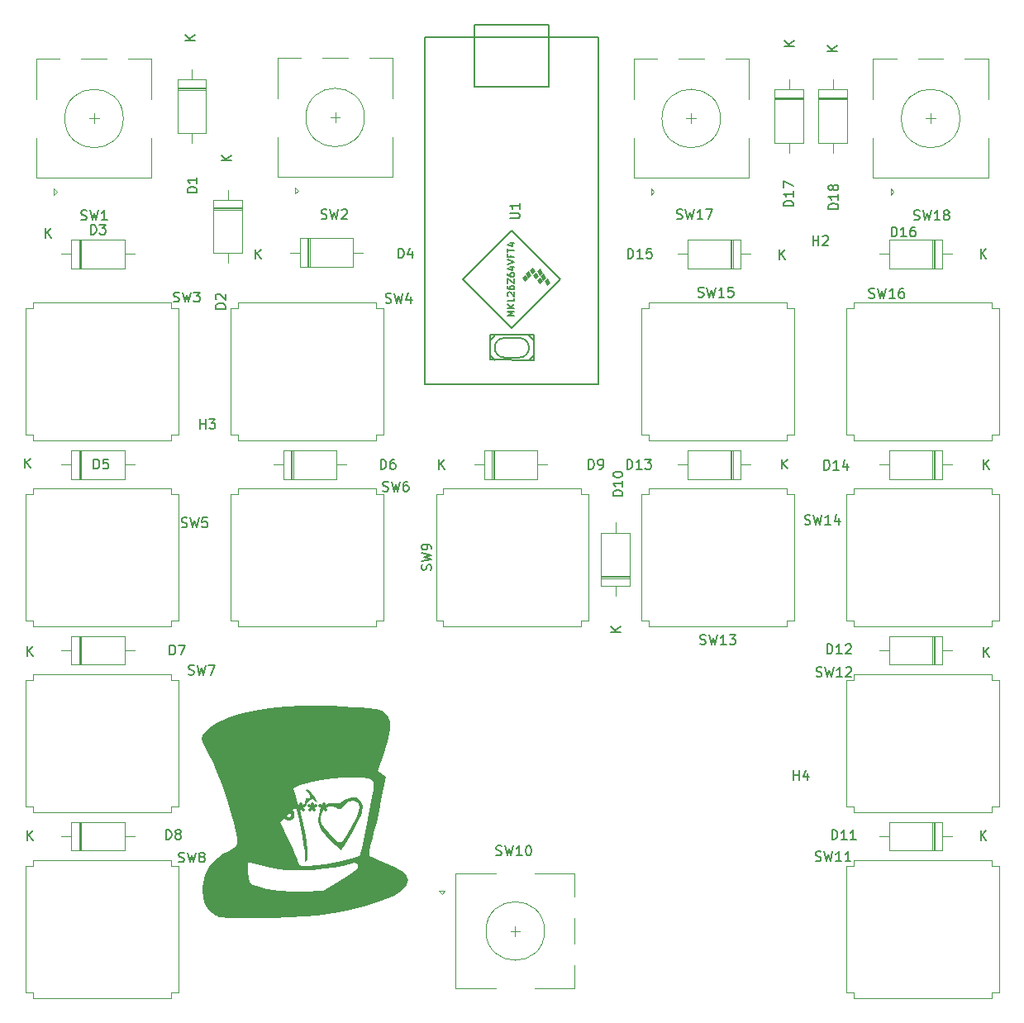
<source format=gbr>
%TF.GenerationSoftware,KiCad,Pcbnew,(6.0.5)*%
%TF.CreationDate,2022-06-03T20:05:36-07:00*%
%TF.ProjectId,big Wheel circuitboard,62696720-5768-4656-956c-206369726375,01*%
%TF.SameCoordinates,Original*%
%TF.FileFunction,Legend,Top*%
%TF.FilePolarity,Positive*%
%FSLAX46Y46*%
G04 Gerber Fmt 4.6, Leading zero omitted, Abs format (unit mm)*
G04 Created by KiCad (PCBNEW (6.0.5)) date 2022-06-03 20:05:36*
%MOMM*%
%LPD*%
G01*
G04 APERTURE LIST*
%ADD10C,0.150000*%
%ADD11C,0.300000*%
%ADD12C,0.120000*%
%ADD13C,0.100000*%
G04 APERTURE END LIST*
D10*
%TO.C,SW18*%
X266490476Y-56704761D02*
X266633333Y-56752380D01*
X266871428Y-56752380D01*
X266966666Y-56704761D01*
X267014285Y-56657142D01*
X267061904Y-56561904D01*
X267061904Y-56466666D01*
X267014285Y-56371428D01*
X266966666Y-56323809D01*
X266871428Y-56276190D01*
X266680952Y-56228571D01*
X266585714Y-56180952D01*
X266538095Y-56133333D01*
X266490476Y-56038095D01*
X266490476Y-55942857D01*
X266538095Y-55847619D01*
X266585714Y-55800000D01*
X266680952Y-55752380D01*
X266919047Y-55752380D01*
X267061904Y-55800000D01*
X267395238Y-55752380D02*
X267633333Y-56752380D01*
X267823809Y-56038095D01*
X268014285Y-56752380D01*
X268252380Y-55752380D01*
X269157142Y-56752380D02*
X268585714Y-56752380D01*
X268871428Y-56752380D02*
X268871428Y-55752380D01*
X268776190Y-55895238D01*
X268680952Y-55990476D01*
X268585714Y-56038095D01*
X269728571Y-56180952D02*
X269633333Y-56133333D01*
X269585714Y-56085714D01*
X269538095Y-55990476D01*
X269538095Y-55942857D01*
X269585714Y-55847619D01*
X269633333Y-55800000D01*
X269728571Y-55752380D01*
X269919047Y-55752380D01*
X270014285Y-55800000D01*
X270061904Y-55847619D01*
X270109523Y-55942857D01*
X270109523Y-55990476D01*
X270061904Y-56085714D01*
X270014285Y-56133333D01*
X269919047Y-56180952D01*
X269728571Y-56180952D01*
X269633333Y-56228571D01*
X269585714Y-56276190D01*
X269538095Y-56371428D01*
X269538095Y-56561904D01*
X269585714Y-56657142D01*
X269633333Y-56704761D01*
X269728571Y-56752380D01*
X269919047Y-56752380D01*
X270014285Y-56704761D01*
X270061904Y-56657142D01*
X270109523Y-56561904D01*
X270109523Y-56371428D01*
X270061904Y-56276190D01*
X270014285Y-56228571D01*
X269919047Y-56180952D01*
%TO.C,D9*%
X233161904Y-82269046D02*
X233161904Y-81269046D01*
X233400000Y-81269046D01*
X233542857Y-81316666D01*
X233638095Y-81411904D01*
X233685714Y-81507142D01*
X233733333Y-81697618D01*
X233733333Y-81840475D01*
X233685714Y-82030951D01*
X233638095Y-82126189D01*
X233542857Y-82221427D01*
X233400000Y-82269046D01*
X233161904Y-82269046D01*
X234209523Y-82269046D02*
X234400000Y-82269046D01*
X234495238Y-82221427D01*
X234542857Y-82173808D01*
X234638095Y-82030951D01*
X234685714Y-81840475D01*
X234685714Y-81459523D01*
X234638095Y-81364285D01*
X234590476Y-81316666D01*
X234495238Y-81269046D01*
X234304761Y-81269046D01*
X234209523Y-81316666D01*
X234161904Y-81364285D01*
X234114285Y-81459523D01*
X234114285Y-81697618D01*
X234161904Y-81792856D01*
X234209523Y-81840475D01*
X234304761Y-81888094D01*
X234495238Y-81888094D01*
X234590476Y-81840475D01*
X234638095Y-81792856D01*
X234685714Y-81697618D01*
X217838095Y-82269046D02*
X217838095Y-81269046D01*
X218409523Y-82269046D02*
X217980952Y-81697618D01*
X218409523Y-81269046D02*
X217838095Y-81840475D01*
%TO.C,D18*%
X258742796Y-55614285D02*
X257742796Y-55614285D01*
X257742796Y-55376190D01*
X257790416Y-55233333D01*
X257885654Y-55138095D01*
X257980892Y-55090476D01*
X258171368Y-55042857D01*
X258314225Y-55042857D01*
X258504701Y-55090476D01*
X258599939Y-55138095D01*
X258695177Y-55233333D01*
X258742796Y-55376190D01*
X258742796Y-55614285D01*
X258742796Y-54090476D02*
X258742796Y-54661904D01*
X258742796Y-54376190D02*
X257742796Y-54376190D01*
X257885654Y-54471428D01*
X257980892Y-54566666D01*
X258028511Y-54661904D01*
X258171368Y-53519047D02*
X258123749Y-53614285D01*
X258076130Y-53661904D01*
X257980892Y-53709523D01*
X257933273Y-53709523D01*
X257838035Y-53661904D01*
X257790416Y-53614285D01*
X257742796Y-53519047D01*
X257742796Y-53328571D01*
X257790416Y-53233333D01*
X257838035Y-53185714D01*
X257933273Y-53138095D01*
X257980892Y-53138095D01*
X258076130Y-53185714D01*
X258123749Y-53233333D01*
X258171368Y-53328571D01*
X258171368Y-53519047D01*
X258218987Y-53614285D01*
X258266606Y-53661904D01*
X258361844Y-53709523D01*
X258552320Y-53709523D01*
X258647558Y-53661904D01*
X258695177Y-53614285D01*
X258742796Y-53519047D01*
X258742796Y-53328571D01*
X258695177Y-53233333D01*
X258647558Y-53185714D01*
X258552320Y-53138095D01*
X258361844Y-53138095D01*
X258266606Y-53185714D01*
X258218987Y-53233333D01*
X258171368Y-53328571D01*
X258642796Y-39461904D02*
X257642796Y-39461904D01*
X258642796Y-38890476D02*
X258071368Y-39319047D01*
X257642796Y-38890476D02*
X258214225Y-39461904D01*
%TO.C,U1*%
X225102380Y-56596904D02*
X225911904Y-56596904D01*
X226007142Y-56549285D01*
X226054761Y-56501666D01*
X226102380Y-56406428D01*
X226102380Y-56215952D01*
X226054761Y-56120714D01*
X226007142Y-56073095D01*
X225911904Y-56025476D01*
X225102380Y-56025476D01*
X226102380Y-55025476D02*
X226102380Y-55596904D01*
X226102380Y-55311190D02*
X225102380Y-55311190D01*
X225245238Y-55406428D01*
X225340476Y-55501666D01*
X225388095Y-55596904D01*
X225556666Y-66568333D02*
X224856666Y-66568333D01*
X225356666Y-66335000D01*
X224856666Y-66101666D01*
X225556666Y-66101666D01*
X225556666Y-65768333D02*
X224856666Y-65768333D01*
X225556666Y-65368333D02*
X225156666Y-65668333D01*
X224856666Y-65368333D02*
X225256666Y-65768333D01*
X225556666Y-64735000D02*
X225556666Y-65068333D01*
X224856666Y-65068333D01*
X224923333Y-64535000D02*
X224890000Y-64501666D01*
X224856666Y-64435000D01*
X224856666Y-64268333D01*
X224890000Y-64201666D01*
X224923333Y-64168333D01*
X224990000Y-64135000D01*
X225056666Y-64135000D01*
X225156666Y-64168333D01*
X225556666Y-64568333D01*
X225556666Y-64135000D01*
X224856666Y-63535000D02*
X224856666Y-63668333D01*
X224890000Y-63735000D01*
X224923333Y-63768333D01*
X225023333Y-63835000D01*
X225156666Y-63868333D01*
X225423333Y-63868333D01*
X225490000Y-63835000D01*
X225523333Y-63801666D01*
X225556666Y-63735000D01*
X225556666Y-63601666D01*
X225523333Y-63535000D01*
X225490000Y-63501666D01*
X225423333Y-63468333D01*
X225256666Y-63468333D01*
X225190000Y-63501666D01*
X225156666Y-63535000D01*
X225123333Y-63601666D01*
X225123333Y-63735000D01*
X225156666Y-63801666D01*
X225190000Y-63835000D01*
X225256666Y-63868333D01*
X224856666Y-63235000D02*
X224856666Y-62768333D01*
X225556666Y-63235000D01*
X225556666Y-62768333D01*
X224856666Y-62201666D02*
X224856666Y-62335000D01*
X224890000Y-62401666D01*
X224923333Y-62435000D01*
X225023333Y-62501666D01*
X225156666Y-62535000D01*
X225423333Y-62535000D01*
X225490000Y-62501666D01*
X225523333Y-62468333D01*
X225556666Y-62401666D01*
X225556666Y-62268333D01*
X225523333Y-62201666D01*
X225490000Y-62168333D01*
X225423333Y-62135000D01*
X225256666Y-62135000D01*
X225190000Y-62168333D01*
X225156666Y-62201666D01*
X225123333Y-62268333D01*
X225123333Y-62401666D01*
X225156666Y-62468333D01*
X225190000Y-62501666D01*
X225256666Y-62535000D01*
X225090000Y-61535000D02*
X225556666Y-61535000D01*
X224823333Y-61701666D02*
X225323333Y-61868333D01*
X225323333Y-61435000D01*
X224856666Y-61268333D02*
X225556666Y-61035000D01*
X224856666Y-60801666D01*
X225190000Y-60335000D02*
X225190000Y-60568333D01*
X225556666Y-60568333D02*
X224856666Y-60568333D01*
X224856666Y-60235000D01*
X224856666Y-60068333D02*
X224856666Y-59668333D01*
X225556666Y-59868333D02*
X224856666Y-59868333D01*
X225090000Y-59135000D02*
X225556666Y-59135000D01*
X224823333Y-59301666D02*
X225323333Y-59468333D01*
X225323333Y-59035000D01*
%TO.C,SW8*%
X191166666Y-122504761D02*
X191309523Y-122552380D01*
X191547619Y-122552380D01*
X191642857Y-122504761D01*
X191690476Y-122457142D01*
X191738095Y-122361904D01*
X191738095Y-122266666D01*
X191690476Y-122171428D01*
X191642857Y-122123809D01*
X191547619Y-122076190D01*
X191357142Y-122028571D01*
X191261904Y-121980952D01*
X191214285Y-121933333D01*
X191166666Y-121838095D01*
X191166666Y-121742857D01*
X191214285Y-121647619D01*
X191261904Y-121600000D01*
X191357142Y-121552380D01*
X191595238Y-121552380D01*
X191738095Y-121600000D01*
X192071428Y-121552380D02*
X192309523Y-122552380D01*
X192500000Y-121838095D01*
X192690476Y-122552380D01*
X192928571Y-121552380D01*
X193452380Y-121980952D02*
X193357142Y-121933333D01*
X193309523Y-121885714D01*
X193261904Y-121790476D01*
X193261904Y-121742857D01*
X193309523Y-121647619D01*
X193357142Y-121600000D01*
X193452380Y-121552380D01*
X193642857Y-121552380D01*
X193738095Y-121600000D01*
X193785714Y-121647619D01*
X193833333Y-121742857D01*
X193833333Y-121790476D01*
X193785714Y-121885714D01*
X193738095Y-121933333D01*
X193642857Y-121980952D01*
X193452380Y-121980952D01*
X193357142Y-122028571D01*
X193309523Y-122076190D01*
X193261904Y-122171428D01*
X193261904Y-122361904D01*
X193309523Y-122457142D01*
X193357142Y-122504761D01*
X193452380Y-122552380D01*
X193642857Y-122552380D01*
X193738095Y-122504761D01*
X193785714Y-122457142D01*
X193833333Y-122361904D01*
X193833333Y-122171428D01*
X193785714Y-122076190D01*
X193738095Y-122028571D01*
X193642857Y-121980952D01*
%TO.C,D1*%
X193052380Y-53938095D02*
X192052380Y-53938095D01*
X192052380Y-53700000D01*
X192100000Y-53557142D01*
X192195238Y-53461904D01*
X192290476Y-53414285D01*
X192480952Y-53366666D01*
X192623809Y-53366666D01*
X192814285Y-53414285D01*
X192909523Y-53461904D01*
X193004761Y-53557142D01*
X193052380Y-53700000D01*
X193052380Y-53938095D01*
X193052380Y-52414285D02*
X193052380Y-52985714D01*
X193052380Y-52700000D02*
X192052380Y-52700000D01*
X192195238Y-52795238D01*
X192290476Y-52890476D01*
X192338095Y-52985714D01*
X192852380Y-38361904D02*
X191852380Y-38361904D01*
X192852380Y-37790476D02*
X192280952Y-38219047D01*
X191852380Y-37790476D02*
X192423809Y-38361904D01*
%TO.C,SW12*%
X256490476Y-103504761D02*
X256633333Y-103552380D01*
X256871428Y-103552380D01*
X256966666Y-103504761D01*
X257014285Y-103457142D01*
X257061904Y-103361904D01*
X257061904Y-103266666D01*
X257014285Y-103171428D01*
X256966666Y-103123809D01*
X256871428Y-103076190D01*
X256680952Y-103028571D01*
X256585714Y-102980952D01*
X256538095Y-102933333D01*
X256490476Y-102838095D01*
X256490476Y-102742857D01*
X256538095Y-102647619D01*
X256585714Y-102600000D01*
X256680952Y-102552380D01*
X256919047Y-102552380D01*
X257061904Y-102600000D01*
X257395238Y-102552380D02*
X257633333Y-103552380D01*
X257823809Y-102838095D01*
X258014285Y-103552380D01*
X258252380Y-102552380D01*
X259157142Y-103552380D02*
X258585714Y-103552380D01*
X258871428Y-103552380D02*
X258871428Y-102552380D01*
X258776190Y-102695238D01*
X258680952Y-102790476D01*
X258585714Y-102838095D01*
X259538095Y-102647619D02*
X259585714Y-102600000D01*
X259680952Y-102552380D01*
X259919047Y-102552380D01*
X260014285Y-102600000D01*
X260061904Y-102647619D01*
X260109523Y-102742857D01*
X260109523Y-102838095D01*
X260061904Y-102980952D01*
X259490476Y-103552380D01*
X260109523Y-103552380D01*
%TO.C,D6*%
X211861904Y-82269046D02*
X211861904Y-81269046D01*
X212100000Y-81269046D01*
X212242857Y-81316666D01*
X212338095Y-81411904D01*
X212385714Y-81507142D01*
X212433333Y-81697618D01*
X212433333Y-81840475D01*
X212385714Y-82030951D01*
X212338095Y-82126189D01*
X212242857Y-82221427D01*
X212100000Y-82269046D01*
X211861904Y-82269046D01*
X213290476Y-81269046D02*
X213100000Y-81269046D01*
X213004761Y-81316666D01*
X212957142Y-81364285D01*
X212861904Y-81507142D01*
X212814285Y-81697618D01*
X212814285Y-82078570D01*
X212861904Y-82173808D01*
X212909523Y-82221427D01*
X213004761Y-82269046D01*
X213195238Y-82269046D01*
X213290476Y-82221427D01*
X213338095Y-82173808D01*
X213385714Y-82078570D01*
X213385714Y-81840475D01*
X213338095Y-81745237D01*
X213290476Y-81697618D01*
X213195238Y-81649999D01*
X213004761Y-81649999D01*
X212909523Y-81697618D01*
X212861904Y-81745237D01*
X212814285Y-81840475D01*
%TO.C,H4*%
X254138095Y-114152380D02*
X254138095Y-113152380D01*
X254138095Y-113628571D02*
X254709523Y-113628571D01*
X254709523Y-114152380D02*
X254709523Y-113152380D01*
X255614285Y-113485714D02*
X255614285Y-114152380D01*
X255376190Y-113104761D02*
X255138095Y-113819047D01*
X255757142Y-113819047D01*
%TO.C,D3*%
X182161904Y-58218880D02*
X182161904Y-57218880D01*
X182400000Y-57218880D01*
X182542857Y-57266500D01*
X182638095Y-57361738D01*
X182685714Y-57456976D01*
X182733333Y-57647452D01*
X182733333Y-57790309D01*
X182685714Y-57980785D01*
X182638095Y-58076023D01*
X182542857Y-58171261D01*
X182400000Y-58218880D01*
X182161904Y-58218880D01*
X183066666Y-57218880D02*
X183685714Y-57218880D01*
X183352380Y-57599833D01*
X183495238Y-57599833D01*
X183590476Y-57647452D01*
X183638095Y-57695071D01*
X183685714Y-57790309D01*
X183685714Y-58028404D01*
X183638095Y-58123642D01*
X183590476Y-58171261D01*
X183495238Y-58218880D01*
X183209523Y-58218880D01*
X183114285Y-58171261D01*
X183066666Y-58123642D01*
X177558095Y-58588880D02*
X177558095Y-57588880D01*
X178129523Y-58588880D02*
X177700952Y-58017452D01*
X178129523Y-57588880D02*
X177558095Y-58160309D01*
%TO.C,SW9*%
X217004761Y-92633333D02*
X217052380Y-92490476D01*
X217052380Y-92252380D01*
X217004761Y-92157142D01*
X216957142Y-92109523D01*
X216861904Y-92061904D01*
X216766666Y-92061904D01*
X216671428Y-92109523D01*
X216623809Y-92157142D01*
X216576190Y-92252380D01*
X216528571Y-92442857D01*
X216480952Y-92538095D01*
X216433333Y-92585714D01*
X216338095Y-92633333D01*
X216242857Y-92633333D01*
X216147619Y-92585714D01*
X216100000Y-92538095D01*
X216052380Y-92442857D01*
X216052380Y-92204761D01*
X216100000Y-92061904D01*
X216052380Y-91728571D02*
X217052380Y-91490476D01*
X216338095Y-91300000D01*
X217052380Y-91109523D01*
X216052380Y-90871428D01*
X217052380Y-90442857D02*
X217052380Y-90252380D01*
X217004761Y-90157142D01*
X216957142Y-90109523D01*
X216814285Y-90014285D01*
X216623809Y-89966666D01*
X216242857Y-89966666D01*
X216147619Y-90014285D01*
X216100000Y-90061904D01*
X216052380Y-90157142D01*
X216052380Y-90347619D01*
X216100000Y-90442857D01*
X216147619Y-90490476D01*
X216242857Y-90538095D01*
X216480952Y-90538095D01*
X216576190Y-90490476D01*
X216623809Y-90442857D01*
X216671428Y-90347619D01*
X216671428Y-90157142D01*
X216623809Y-90061904D01*
X216576190Y-90014285D01*
X216480952Y-89966666D01*
%TO.C,SW5*%
X191466666Y-88204761D02*
X191609523Y-88252380D01*
X191847619Y-88252380D01*
X191942857Y-88204761D01*
X191990476Y-88157142D01*
X192038095Y-88061904D01*
X192038095Y-87966666D01*
X191990476Y-87871428D01*
X191942857Y-87823809D01*
X191847619Y-87776190D01*
X191657142Y-87728571D01*
X191561904Y-87680952D01*
X191514285Y-87633333D01*
X191466666Y-87538095D01*
X191466666Y-87442857D01*
X191514285Y-87347619D01*
X191561904Y-87300000D01*
X191657142Y-87252380D01*
X191895238Y-87252380D01*
X192038095Y-87300000D01*
X192371428Y-87252380D02*
X192609523Y-88252380D01*
X192800000Y-87538095D01*
X192990476Y-88252380D01*
X193228571Y-87252380D01*
X194085714Y-87252380D02*
X193609523Y-87252380D01*
X193561904Y-87728571D01*
X193609523Y-87680952D01*
X193704761Y-87633333D01*
X193942857Y-87633333D01*
X194038095Y-87680952D01*
X194085714Y-87728571D01*
X194133333Y-87823809D01*
X194133333Y-88061904D01*
X194085714Y-88157142D01*
X194038095Y-88204761D01*
X193942857Y-88252380D01*
X193704761Y-88252380D01*
X193609523Y-88204761D01*
X193561904Y-88157142D01*
%TO.C,SW3*%
X190666666Y-65104761D02*
X190809523Y-65152380D01*
X191047619Y-65152380D01*
X191142857Y-65104761D01*
X191190476Y-65057142D01*
X191238095Y-64961904D01*
X191238095Y-64866666D01*
X191190476Y-64771428D01*
X191142857Y-64723809D01*
X191047619Y-64676190D01*
X190857142Y-64628571D01*
X190761904Y-64580952D01*
X190714285Y-64533333D01*
X190666666Y-64438095D01*
X190666666Y-64342857D01*
X190714285Y-64247619D01*
X190761904Y-64200000D01*
X190857142Y-64152380D01*
X191095238Y-64152380D01*
X191238095Y-64200000D01*
X191571428Y-64152380D02*
X191809523Y-65152380D01*
X192000000Y-64438095D01*
X192190476Y-65152380D01*
X192428571Y-64152380D01*
X192714285Y-64152380D02*
X193333333Y-64152380D01*
X193000000Y-64533333D01*
X193142857Y-64533333D01*
X193238095Y-64580952D01*
X193285714Y-64628571D01*
X193333333Y-64723809D01*
X193333333Y-64961904D01*
X193285714Y-65057142D01*
X193238095Y-65104761D01*
X193142857Y-65152380D01*
X192857142Y-65152380D01*
X192761904Y-65104761D01*
X192714285Y-65057142D01*
%TO.C,D10*%
X236652380Y-85014285D02*
X235652380Y-85014285D01*
X235652380Y-84776190D01*
X235700000Y-84633333D01*
X235795238Y-84538095D01*
X235890476Y-84490476D01*
X236080952Y-84442857D01*
X236223809Y-84442857D01*
X236414285Y-84490476D01*
X236509523Y-84538095D01*
X236604761Y-84633333D01*
X236652380Y-84776190D01*
X236652380Y-85014285D01*
X236652380Y-83490476D02*
X236652380Y-84061904D01*
X236652380Y-83776190D02*
X235652380Y-83776190D01*
X235795238Y-83871428D01*
X235890476Y-83966666D01*
X235938095Y-84061904D01*
X235652380Y-82871428D02*
X235652380Y-82776190D01*
X235700000Y-82680952D01*
X235747619Y-82633333D01*
X235842857Y-82585714D01*
X236033333Y-82538095D01*
X236271428Y-82538095D01*
X236461904Y-82585714D01*
X236557142Y-82633333D01*
X236604761Y-82680952D01*
X236652380Y-82776190D01*
X236652380Y-82871428D01*
X236604761Y-82966666D01*
X236557142Y-83014285D01*
X236461904Y-83061904D01*
X236271428Y-83109523D01*
X236033333Y-83109523D01*
X235842857Y-83061904D01*
X235747619Y-83014285D01*
X235700000Y-82966666D01*
X235652380Y-82871428D01*
X236452380Y-98961904D02*
X235452380Y-98961904D01*
X236452380Y-98390476D02*
X235880952Y-98819047D01*
X235452380Y-98390476D02*
X236023809Y-98961904D01*
%TO.C,SW17*%
X242190476Y-56604761D02*
X242333333Y-56652380D01*
X242571428Y-56652380D01*
X242666666Y-56604761D01*
X242714285Y-56557142D01*
X242761904Y-56461904D01*
X242761904Y-56366666D01*
X242714285Y-56271428D01*
X242666666Y-56223809D01*
X242571428Y-56176190D01*
X242380952Y-56128571D01*
X242285714Y-56080952D01*
X242238095Y-56033333D01*
X242190476Y-55938095D01*
X242190476Y-55842857D01*
X242238095Y-55747619D01*
X242285714Y-55700000D01*
X242380952Y-55652380D01*
X242619047Y-55652380D01*
X242761904Y-55700000D01*
X243095238Y-55652380D02*
X243333333Y-56652380D01*
X243523809Y-55938095D01*
X243714285Y-56652380D01*
X243952380Y-55652380D01*
X244857142Y-56652380D02*
X244285714Y-56652380D01*
X244571428Y-56652380D02*
X244571428Y-55652380D01*
X244476190Y-55795238D01*
X244380952Y-55890476D01*
X244285714Y-55938095D01*
X245190476Y-55652380D02*
X245857142Y-55652380D01*
X245428571Y-56652380D01*
%TO.C,D7*%
X190261904Y-101302379D02*
X190261904Y-100302379D01*
X190500000Y-100302379D01*
X190642857Y-100349999D01*
X190738095Y-100445237D01*
X190785714Y-100540475D01*
X190833333Y-100730951D01*
X190833333Y-100873808D01*
X190785714Y-101064284D01*
X190738095Y-101159522D01*
X190642857Y-101254760D01*
X190500000Y-101302379D01*
X190261904Y-101302379D01*
X191166666Y-100302379D02*
X191833333Y-100302379D01*
X191404761Y-101302379D01*
X175638095Y-101402379D02*
X175638095Y-100402379D01*
X176209523Y-101402379D02*
X175780952Y-100830951D01*
X176209523Y-100402379D02*
X175638095Y-100973808D01*
%TO.C,D17*%
X254133213Y-55314285D02*
X253133213Y-55314285D01*
X253133213Y-55076190D01*
X253180833Y-54933333D01*
X253276071Y-54838095D01*
X253371309Y-54790476D01*
X253561785Y-54742857D01*
X253704642Y-54742857D01*
X253895118Y-54790476D01*
X253990356Y-54838095D01*
X254085594Y-54933333D01*
X254133213Y-55076190D01*
X254133213Y-55314285D01*
X254133213Y-53790476D02*
X254133213Y-54361904D01*
X254133213Y-54076190D02*
X253133213Y-54076190D01*
X253276071Y-54171428D01*
X253371309Y-54266666D01*
X253418928Y-54361904D01*
X253133213Y-53457142D02*
X253133213Y-52790476D01*
X254133213Y-53219047D01*
X254233213Y-38961904D02*
X253233213Y-38961904D01*
X254233213Y-38390476D02*
X253661785Y-38819047D01*
X253233213Y-38390476D02*
X253804642Y-38961904D01*
%TO.C,SW15*%
X244390476Y-64604761D02*
X244533333Y-64652380D01*
X244771428Y-64652380D01*
X244866666Y-64604761D01*
X244914285Y-64557142D01*
X244961904Y-64461904D01*
X244961904Y-64366666D01*
X244914285Y-64271428D01*
X244866666Y-64223809D01*
X244771428Y-64176190D01*
X244580952Y-64128571D01*
X244485714Y-64080952D01*
X244438095Y-64033333D01*
X244390476Y-63938095D01*
X244390476Y-63842857D01*
X244438095Y-63747619D01*
X244485714Y-63700000D01*
X244580952Y-63652380D01*
X244819047Y-63652380D01*
X244961904Y-63700000D01*
X245295238Y-63652380D02*
X245533333Y-64652380D01*
X245723809Y-63938095D01*
X245914285Y-64652380D01*
X246152380Y-63652380D01*
X247057142Y-64652380D02*
X246485714Y-64652380D01*
X246771428Y-64652380D02*
X246771428Y-63652380D01*
X246676190Y-63795238D01*
X246580952Y-63890476D01*
X246485714Y-63938095D01*
X247961904Y-63652380D02*
X247485714Y-63652380D01*
X247438095Y-64128571D01*
X247485714Y-64080952D01*
X247580952Y-64033333D01*
X247819047Y-64033333D01*
X247914285Y-64080952D01*
X247961904Y-64128571D01*
X248009523Y-64223809D01*
X248009523Y-64461904D01*
X247961904Y-64557142D01*
X247914285Y-64604761D01*
X247819047Y-64652380D01*
X247580952Y-64652380D01*
X247485714Y-64604761D01*
X247438095Y-64557142D01*
%TO.C,D4*%
X213661904Y-60652380D02*
X213661904Y-59652380D01*
X213900000Y-59652380D01*
X214042857Y-59700000D01*
X214138095Y-59795238D01*
X214185714Y-59890476D01*
X214233333Y-60080952D01*
X214233333Y-60223809D01*
X214185714Y-60414285D01*
X214138095Y-60509523D01*
X214042857Y-60604761D01*
X213900000Y-60652380D01*
X213661904Y-60652380D01*
X215090476Y-59985714D02*
X215090476Y-60652380D01*
X214852380Y-59604761D02*
X214614285Y-60319047D01*
X215233333Y-60319047D01*
X199038095Y-60752380D02*
X199038095Y-59752380D01*
X199609523Y-60752380D02*
X199180952Y-60180952D01*
X199609523Y-59752380D02*
X199038095Y-60323809D01*
%TO.C,SW13*%
X244590476Y-100204761D02*
X244733333Y-100252380D01*
X244971428Y-100252380D01*
X245066666Y-100204761D01*
X245114285Y-100157142D01*
X245161904Y-100061904D01*
X245161904Y-99966666D01*
X245114285Y-99871428D01*
X245066666Y-99823809D01*
X244971428Y-99776190D01*
X244780952Y-99728571D01*
X244685714Y-99680952D01*
X244638095Y-99633333D01*
X244590476Y-99538095D01*
X244590476Y-99442857D01*
X244638095Y-99347619D01*
X244685714Y-99300000D01*
X244780952Y-99252380D01*
X245019047Y-99252380D01*
X245161904Y-99300000D01*
X245495238Y-99252380D02*
X245733333Y-100252380D01*
X245923809Y-99538095D01*
X246114285Y-100252380D01*
X246352380Y-99252380D01*
X247257142Y-100252380D02*
X246685714Y-100252380D01*
X246971428Y-100252380D02*
X246971428Y-99252380D01*
X246876190Y-99395238D01*
X246780952Y-99490476D01*
X246685714Y-99538095D01*
X247590476Y-99252380D02*
X248209523Y-99252380D01*
X247876190Y-99633333D01*
X248019047Y-99633333D01*
X248114285Y-99680952D01*
X248161904Y-99728571D01*
X248209523Y-99823809D01*
X248209523Y-100061904D01*
X248161904Y-100157142D01*
X248114285Y-100204761D01*
X248019047Y-100252380D01*
X247733333Y-100252380D01*
X247638095Y-100204761D01*
X247590476Y-100157142D01*
%TO.C,D13*%
X237085714Y-82269046D02*
X237085714Y-81269046D01*
X237323809Y-81269046D01*
X237466666Y-81316666D01*
X237561904Y-81411904D01*
X237609523Y-81507142D01*
X237657142Y-81697618D01*
X237657142Y-81840475D01*
X237609523Y-82030951D01*
X237561904Y-82126189D01*
X237466666Y-82221427D01*
X237323809Y-82269046D01*
X237085714Y-82269046D01*
X238609523Y-82269046D02*
X238038095Y-82269046D01*
X238323809Y-82269046D02*
X238323809Y-81269046D01*
X238228571Y-81411904D01*
X238133333Y-81507142D01*
X238038095Y-81554761D01*
X238942857Y-81269046D02*
X239561904Y-81269046D01*
X239228571Y-81649999D01*
X239371428Y-81649999D01*
X239466666Y-81697618D01*
X239514285Y-81745237D01*
X239561904Y-81840475D01*
X239561904Y-82078570D01*
X239514285Y-82173808D01*
X239466666Y-82221427D01*
X239371428Y-82269046D01*
X239085714Y-82269046D01*
X238990476Y-82221427D01*
X238942857Y-82173808D01*
X252938095Y-82252380D02*
X252938095Y-81252380D01*
X253509523Y-82252380D02*
X253080952Y-81680952D01*
X253509523Y-81252380D02*
X252938095Y-81823809D01*
%TO.C,D8*%
X189861904Y-120235713D02*
X189861904Y-119235713D01*
X190100000Y-119235713D01*
X190242857Y-119283333D01*
X190338095Y-119378571D01*
X190385714Y-119473809D01*
X190433333Y-119664285D01*
X190433333Y-119807142D01*
X190385714Y-119997618D01*
X190338095Y-120092856D01*
X190242857Y-120188094D01*
X190100000Y-120235713D01*
X189861904Y-120235713D01*
X191004761Y-119664285D02*
X190909523Y-119616666D01*
X190861904Y-119569047D01*
X190814285Y-119473809D01*
X190814285Y-119426190D01*
X190861904Y-119330952D01*
X190909523Y-119283333D01*
X191004761Y-119235713D01*
X191195238Y-119235713D01*
X191290476Y-119283333D01*
X191338095Y-119330952D01*
X191385714Y-119426190D01*
X191385714Y-119473809D01*
X191338095Y-119569047D01*
X191290476Y-119616666D01*
X191195238Y-119664285D01*
X191004761Y-119664285D01*
X190909523Y-119711904D01*
X190861904Y-119759523D01*
X190814285Y-119854761D01*
X190814285Y-120045237D01*
X190861904Y-120140475D01*
X190909523Y-120188094D01*
X191004761Y-120235713D01*
X191195238Y-120235713D01*
X191290476Y-120188094D01*
X191338095Y-120140475D01*
X191385714Y-120045237D01*
X191385714Y-119854761D01*
X191338095Y-119759523D01*
X191290476Y-119711904D01*
X191195238Y-119664285D01*
X175638095Y-120335713D02*
X175638095Y-119335713D01*
X176209523Y-120335713D02*
X175780952Y-119764285D01*
X176209523Y-119335713D02*
X175638095Y-119907142D01*
%TO.C,SW1*%
X181166666Y-56704761D02*
X181309523Y-56752380D01*
X181547619Y-56752380D01*
X181642857Y-56704761D01*
X181690476Y-56657142D01*
X181738095Y-56561904D01*
X181738095Y-56466666D01*
X181690476Y-56371428D01*
X181642857Y-56323809D01*
X181547619Y-56276190D01*
X181357142Y-56228571D01*
X181261904Y-56180952D01*
X181214285Y-56133333D01*
X181166666Y-56038095D01*
X181166666Y-55942857D01*
X181214285Y-55847619D01*
X181261904Y-55800000D01*
X181357142Y-55752380D01*
X181595238Y-55752380D01*
X181738095Y-55800000D01*
X182071428Y-55752380D02*
X182309523Y-56752380D01*
X182500000Y-56038095D01*
X182690476Y-56752380D01*
X182928571Y-55752380D01*
X183833333Y-56752380D02*
X183261904Y-56752380D01*
X183547619Y-56752380D02*
X183547619Y-55752380D01*
X183452380Y-55895238D01*
X183357142Y-55990476D01*
X183261904Y-56038095D01*
%TO.C,SW11*%
X256390476Y-122404761D02*
X256533333Y-122452380D01*
X256771428Y-122452380D01*
X256866666Y-122404761D01*
X256914285Y-122357142D01*
X256961904Y-122261904D01*
X256961904Y-122166666D01*
X256914285Y-122071428D01*
X256866666Y-122023809D01*
X256771428Y-121976190D01*
X256580952Y-121928571D01*
X256485714Y-121880952D01*
X256438095Y-121833333D01*
X256390476Y-121738095D01*
X256390476Y-121642857D01*
X256438095Y-121547619D01*
X256485714Y-121500000D01*
X256580952Y-121452380D01*
X256819047Y-121452380D01*
X256961904Y-121500000D01*
X257295238Y-121452380D02*
X257533333Y-122452380D01*
X257723809Y-121738095D01*
X257914285Y-122452380D01*
X258152380Y-121452380D01*
X259057142Y-122452380D02*
X258485714Y-122452380D01*
X258771428Y-122452380D02*
X258771428Y-121452380D01*
X258676190Y-121595238D01*
X258580952Y-121690476D01*
X258485714Y-121738095D01*
X260009523Y-122452380D02*
X259438095Y-122452380D01*
X259723809Y-122452380D02*
X259723809Y-121452380D01*
X259628571Y-121595238D01*
X259533333Y-121690476D01*
X259438095Y-121738095D01*
%TO.C,SW6*%
X212066666Y-84504761D02*
X212209523Y-84552380D01*
X212447619Y-84552380D01*
X212542857Y-84504761D01*
X212590476Y-84457142D01*
X212638095Y-84361904D01*
X212638095Y-84266666D01*
X212590476Y-84171428D01*
X212542857Y-84123809D01*
X212447619Y-84076190D01*
X212257142Y-84028571D01*
X212161904Y-83980952D01*
X212114285Y-83933333D01*
X212066666Y-83838095D01*
X212066666Y-83742857D01*
X212114285Y-83647619D01*
X212161904Y-83600000D01*
X212257142Y-83552380D01*
X212495238Y-83552380D01*
X212638095Y-83600000D01*
X212971428Y-83552380D02*
X213209523Y-84552380D01*
X213400000Y-83838095D01*
X213590476Y-84552380D01*
X213828571Y-83552380D01*
X214638095Y-83552380D02*
X214447619Y-83552380D01*
X214352380Y-83600000D01*
X214304761Y-83647619D01*
X214209523Y-83790476D01*
X214161904Y-83980952D01*
X214161904Y-84361904D01*
X214209523Y-84457142D01*
X214257142Y-84504761D01*
X214352380Y-84552380D01*
X214542857Y-84552380D01*
X214638095Y-84504761D01*
X214685714Y-84457142D01*
X214733333Y-84361904D01*
X214733333Y-84123809D01*
X214685714Y-84028571D01*
X214638095Y-83980952D01*
X214542857Y-83933333D01*
X214352380Y-83933333D01*
X214257142Y-83980952D01*
X214209523Y-84028571D01*
X214161904Y-84123809D01*
%TO.C,H3*%
X193338095Y-78152380D02*
X193338095Y-77152380D01*
X193338095Y-77628571D02*
X193909523Y-77628571D01*
X193909523Y-78152380D02*
X193909523Y-77152380D01*
X194290476Y-77152380D02*
X194909523Y-77152380D01*
X194576190Y-77533333D01*
X194719047Y-77533333D01*
X194814285Y-77580952D01*
X194861904Y-77628571D01*
X194909523Y-77723809D01*
X194909523Y-77961904D01*
X194861904Y-78057142D01*
X194814285Y-78104761D01*
X194719047Y-78152380D01*
X194433333Y-78152380D01*
X194338095Y-78104761D01*
X194290476Y-78057142D01*
%TO.C,SW14*%
X255290476Y-87904761D02*
X255433333Y-87952380D01*
X255671428Y-87952380D01*
X255766666Y-87904761D01*
X255814285Y-87857142D01*
X255861904Y-87761904D01*
X255861904Y-87666666D01*
X255814285Y-87571428D01*
X255766666Y-87523809D01*
X255671428Y-87476190D01*
X255480952Y-87428571D01*
X255385714Y-87380952D01*
X255338095Y-87333333D01*
X255290476Y-87238095D01*
X255290476Y-87142857D01*
X255338095Y-87047619D01*
X255385714Y-87000000D01*
X255480952Y-86952380D01*
X255719047Y-86952380D01*
X255861904Y-87000000D01*
X256195238Y-86952380D02*
X256433333Y-87952380D01*
X256623809Y-87238095D01*
X256814285Y-87952380D01*
X257052380Y-86952380D01*
X257957142Y-87952380D02*
X257385714Y-87952380D01*
X257671428Y-87952380D02*
X257671428Y-86952380D01*
X257576190Y-87095238D01*
X257480952Y-87190476D01*
X257385714Y-87238095D01*
X258814285Y-87285714D02*
X258814285Y-87952380D01*
X258576190Y-86904761D02*
X258338095Y-87619047D01*
X258957142Y-87619047D01*
D11*
%TO.C,G\u002A\u002A\u002A*%
X202757428Y-116638000D02*
X202612285Y-116565428D01*
X202394571Y-116565428D01*
X202176857Y-116638000D01*
X202031714Y-116783142D01*
X201959142Y-116928285D01*
X201886571Y-117218571D01*
X201886571Y-117436285D01*
X201959142Y-117726571D01*
X202031714Y-117871714D01*
X202176857Y-118016857D01*
X202394571Y-118089428D01*
X202539714Y-118089428D01*
X202757428Y-118016857D01*
X202830000Y-117944285D01*
X202830000Y-117436285D01*
X202539714Y-117436285D01*
X203700857Y-116565428D02*
X203700857Y-116928285D01*
X203338000Y-116783142D02*
X203700857Y-116928285D01*
X204063714Y-116783142D01*
X203483142Y-117218571D02*
X203700857Y-116928285D01*
X203918571Y-117218571D01*
X204862000Y-116565428D02*
X204862000Y-116928285D01*
X204499142Y-116783142D02*
X204862000Y-116928285D01*
X205224857Y-116783142D01*
X204644285Y-117218571D02*
X204862000Y-116928285D01*
X205079714Y-117218571D01*
X206023142Y-116565428D02*
X206023142Y-116928285D01*
X205660285Y-116783142D02*
X206023142Y-116928285D01*
X206386000Y-116783142D01*
X205805428Y-117218571D02*
X206023142Y-116928285D01*
X206240857Y-117218571D01*
D10*
%TO.C,H1*%
X201938095Y-128052380D02*
X201938095Y-127052380D01*
X201938095Y-127528571D02*
X202509523Y-127528571D01*
X202509523Y-128052380D02*
X202509523Y-127052380D01*
X203509523Y-128052380D02*
X202938095Y-128052380D01*
X203223809Y-128052380D02*
X203223809Y-127052380D01*
X203128571Y-127195238D01*
X203033333Y-127290476D01*
X202938095Y-127338095D01*
%TO.C,SW10*%
X223690476Y-121804761D02*
X223833333Y-121852380D01*
X224071428Y-121852380D01*
X224166666Y-121804761D01*
X224214285Y-121757142D01*
X224261904Y-121661904D01*
X224261904Y-121566666D01*
X224214285Y-121471428D01*
X224166666Y-121423809D01*
X224071428Y-121376190D01*
X223880952Y-121328571D01*
X223785714Y-121280952D01*
X223738095Y-121233333D01*
X223690476Y-121138095D01*
X223690476Y-121042857D01*
X223738095Y-120947619D01*
X223785714Y-120900000D01*
X223880952Y-120852380D01*
X224119047Y-120852380D01*
X224261904Y-120900000D01*
X224595238Y-120852380D02*
X224833333Y-121852380D01*
X225023809Y-121138095D01*
X225214285Y-121852380D01*
X225452380Y-120852380D01*
X226357142Y-121852380D02*
X225785714Y-121852380D01*
X226071428Y-121852380D02*
X226071428Y-120852380D01*
X225976190Y-120995238D01*
X225880952Y-121090476D01*
X225785714Y-121138095D01*
X226976190Y-120852380D02*
X227071428Y-120852380D01*
X227166666Y-120900000D01*
X227214285Y-120947619D01*
X227261904Y-121042857D01*
X227309523Y-121233333D01*
X227309523Y-121471428D01*
X227261904Y-121661904D01*
X227214285Y-121757142D01*
X227166666Y-121804761D01*
X227071428Y-121852380D01*
X226976190Y-121852380D01*
X226880952Y-121804761D01*
X226833333Y-121757142D01*
X226785714Y-121661904D01*
X226738095Y-121471428D01*
X226738095Y-121233333D01*
X226785714Y-121042857D01*
X226833333Y-120947619D01*
X226880952Y-120900000D01*
X226976190Y-120852380D01*
%TO.C,D14*%
X257285714Y-82352380D02*
X257285714Y-81352380D01*
X257523809Y-81352380D01*
X257666666Y-81400000D01*
X257761904Y-81495238D01*
X257809523Y-81590476D01*
X257857142Y-81780952D01*
X257857142Y-81923809D01*
X257809523Y-82114285D01*
X257761904Y-82209523D01*
X257666666Y-82304761D01*
X257523809Y-82352380D01*
X257285714Y-82352380D01*
X258809523Y-82352380D02*
X258238095Y-82352380D01*
X258523809Y-82352380D02*
X258523809Y-81352380D01*
X258428571Y-81495238D01*
X258333333Y-81590476D01*
X258238095Y-81638095D01*
X259666666Y-81685714D02*
X259666666Y-82352380D01*
X259428571Y-81304761D02*
X259190476Y-82019047D01*
X259809523Y-82019047D01*
X273638095Y-82269046D02*
X273638095Y-81269046D01*
X274209523Y-82269046D02*
X273780952Y-81697618D01*
X274209523Y-81269046D02*
X273638095Y-81840475D01*
%TO.C,D15*%
X237185714Y-60688880D02*
X237185714Y-59688880D01*
X237423809Y-59688880D01*
X237566666Y-59736500D01*
X237661904Y-59831738D01*
X237709523Y-59926976D01*
X237757142Y-60117452D01*
X237757142Y-60260309D01*
X237709523Y-60450785D01*
X237661904Y-60546023D01*
X237566666Y-60641261D01*
X237423809Y-60688880D01*
X237185714Y-60688880D01*
X238709523Y-60688880D02*
X238138095Y-60688880D01*
X238423809Y-60688880D02*
X238423809Y-59688880D01*
X238328571Y-59831738D01*
X238233333Y-59926976D01*
X238138095Y-59974595D01*
X239614285Y-59688880D02*
X239138095Y-59688880D01*
X239090476Y-60165071D01*
X239138095Y-60117452D01*
X239233333Y-60069833D01*
X239471428Y-60069833D01*
X239566666Y-60117452D01*
X239614285Y-60165071D01*
X239661904Y-60260309D01*
X239661904Y-60498404D01*
X239614285Y-60593642D01*
X239566666Y-60641261D01*
X239471428Y-60688880D01*
X239233333Y-60688880D01*
X239138095Y-60641261D01*
X239090476Y-60593642D01*
X252738095Y-60788880D02*
X252738095Y-59788880D01*
X253309523Y-60788880D02*
X252880952Y-60217452D01*
X253309523Y-59788880D02*
X252738095Y-60360309D01*
%TO.C,SW16*%
X261890476Y-64704761D02*
X262033333Y-64752380D01*
X262271428Y-64752380D01*
X262366666Y-64704761D01*
X262414285Y-64657142D01*
X262461904Y-64561904D01*
X262461904Y-64466666D01*
X262414285Y-64371428D01*
X262366666Y-64323809D01*
X262271428Y-64276190D01*
X262080952Y-64228571D01*
X261985714Y-64180952D01*
X261938095Y-64133333D01*
X261890476Y-64038095D01*
X261890476Y-63942857D01*
X261938095Y-63847619D01*
X261985714Y-63800000D01*
X262080952Y-63752380D01*
X262319047Y-63752380D01*
X262461904Y-63800000D01*
X262795238Y-63752380D02*
X263033333Y-64752380D01*
X263223809Y-64038095D01*
X263414285Y-64752380D01*
X263652380Y-63752380D01*
X264557142Y-64752380D02*
X263985714Y-64752380D01*
X264271428Y-64752380D02*
X264271428Y-63752380D01*
X264176190Y-63895238D01*
X264080952Y-63990476D01*
X263985714Y-64038095D01*
X265414285Y-63752380D02*
X265223809Y-63752380D01*
X265128571Y-63800000D01*
X265080952Y-63847619D01*
X264985714Y-63990476D01*
X264938095Y-64180952D01*
X264938095Y-64561904D01*
X264985714Y-64657142D01*
X265033333Y-64704761D01*
X265128571Y-64752380D01*
X265319047Y-64752380D01*
X265414285Y-64704761D01*
X265461904Y-64657142D01*
X265509523Y-64561904D01*
X265509523Y-64323809D01*
X265461904Y-64228571D01*
X265414285Y-64180952D01*
X265319047Y-64133333D01*
X265128571Y-64133333D01*
X265033333Y-64180952D01*
X264985714Y-64228571D01*
X264938095Y-64323809D01*
%TO.C,D12*%
X257585714Y-101202379D02*
X257585714Y-100202379D01*
X257823809Y-100202379D01*
X257966666Y-100249999D01*
X258061904Y-100345237D01*
X258109523Y-100440475D01*
X258157142Y-100630951D01*
X258157142Y-100773808D01*
X258109523Y-100964284D01*
X258061904Y-101059522D01*
X257966666Y-101154760D01*
X257823809Y-101202379D01*
X257585714Y-101202379D01*
X259109523Y-101202379D02*
X258538095Y-101202379D01*
X258823809Y-101202379D02*
X258823809Y-100202379D01*
X258728571Y-100345237D01*
X258633333Y-100440475D01*
X258538095Y-100488094D01*
X259490476Y-100297618D02*
X259538095Y-100249999D01*
X259633333Y-100202379D01*
X259871428Y-100202379D01*
X259966666Y-100249999D01*
X260014285Y-100297618D01*
X260061904Y-100392856D01*
X260061904Y-100488094D01*
X260014285Y-100630951D01*
X259442857Y-101202379D01*
X260061904Y-101202379D01*
X273638095Y-101502379D02*
X273638095Y-100502379D01*
X274209523Y-101502379D02*
X273780952Y-100930951D01*
X274209523Y-100502379D02*
X273638095Y-101073808D01*
%TO.C,H2*%
X256138095Y-59352380D02*
X256138095Y-58352380D01*
X256138095Y-58828571D02*
X256709523Y-58828571D01*
X256709523Y-59352380D02*
X256709523Y-58352380D01*
X257138095Y-58447619D02*
X257185714Y-58400000D01*
X257280952Y-58352380D01*
X257519047Y-58352380D01*
X257614285Y-58400000D01*
X257661904Y-58447619D01*
X257709523Y-58542857D01*
X257709523Y-58638095D01*
X257661904Y-58780952D01*
X257090476Y-59352380D01*
X257709523Y-59352380D01*
%TO.C,D16*%
X264185714Y-58452380D02*
X264185714Y-57452380D01*
X264423809Y-57452380D01*
X264566666Y-57500000D01*
X264661904Y-57595238D01*
X264709523Y-57690476D01*
X264757142Y-57880952D01*
X264757142Y-58023809D01*
X264709523Y-58214285D01*
X264661904Y-58309523D01*
X264566666Y-58404761D01*
X264423809Y-58452380D01*
X264185714Y-58452380D01*
X265709523Y-58452380D02*
X265138095Y-58452380D01*
X265423809Y-58452380D02*
X265423809Y-57452380D01*
X265328571Y-57595238D01*
X265233333Y-57690476D01*
X265138095Y-57738095D01*
X266566666Y-57452380D02*
X266376190Y-57452380D01*
X266280952Y-57500000D01*
X266233333Y-57547619D01*
X266138095Y-57690476D01*
X266090476Y-57880952D01*
X266090476Y-58261904D01*
X266138095Y-58357142D01*
X266185714Y-58404761D01*
X266280952Y-58452380D01*
X266471428Y-58452380D01*
X266566666Y-58404761D01*
X266614285Y-58357142D01*
X266661904Y-58261904D01*
X266661904Y-58023809D01*
X266614285Y-57928571D01*
X266566666Y-57880952D01*
X266471428Y-57833333D01*
X266280952Y-57833333D01*
X266185714Y-57880952D01*
X266138095Y-57928571D01*
X266090476Y-58023809D01*
X273338095Y-60688880D02*
X273338095Y-59688880D01*
X273909523Y-60688880D02*
X273480952Y-60117452D01*
X273909523Y-59688880D02*
X273338095Y-60260309D01*
%TO.C,D5*%
X182461904Y-82252380D02*
X182461904Y-81252380D01*
X182700000Y-81252380D01*
X182842857Y-81300000D01*
X182938095Y-81395238D01*
X182985714Y-81490476D01*
X183033333Y-81680952D01*
X183033333Y-81823809D01*
X182985714Y-82014285D01*
X182938095Y-82109523D01*
X182842857Y-82204761D01*
X182700000Y-82252380D01*
X182461904Y-82252380D01*
X183938095Y-81252380D02*
X183461904Y-81252380D01*
X183414285Y-81728571D01*
X183461904Y-81680952D01*
X183557142Y-81633333D01*
X183795238Y-81633333D01*
X183890476Y-81680952D01*
X183938095Y-81728571D01*
X183985714Y-81823809D01*
X183985714Y-82061904D01*
X183938095Y-82157142D01*
X183890476Y-82204761D01*
X183795238Y-82252380D01*
X183557142Y-82252380D01*
X183461904Y-82204761D01*
X183414285Y-82157142D01*
X175438095Y-82169046D02*
X175438095Y-81169046D01*
X176009523Y-82169046D02*
X175580952Y-81597618D01*
X176009523Y-81169046D02*
X175438095Y-81740475D01*
%TO.C,SW4*%
X212366666Y-65204761D02*
X212509523Y-65252380D01*
X212747619Y-65252380D01*
X212842857Y-65204761D01*
X212890476Y-65157142D01*
X212938095Y-65061904D01*
X212938095Y-64966666D01*
X212890476Y-64871428D01*
X212842857Y-64823809D01*
X212747619Y-64776190D01*
X212557142Y-64728571D01*
X212461904Y-64680952D01*
X212414285Y-64633333D01*
X212366666Y-64538095D01*
X212366666Y-64442857D01*
X212414285Y-64347619D01*
X212461904Y-64300000D01*
X212557142Y-64252380D01*
X212795238Y-64252380D01*
X212938095Y-64300000D01*
X213271428Y-64252380D02*
X213509523Y-65252380D01*
X213700000Y-64538095D01*
X213890476Y-65252380D01*
X214128571Y-64252380D01*
X214938095Y-64585714D02*
X214938095Y-65252380D01*
X214700000Y-64204761D02*
X214461904Y-64919047D01*
X215080952Y-64919047D01*
%TO.C,SW2*%
X205766666Y-56604761D02*
X205909523Y-56652380D01*
X206147619Y-56652380D01*
X206242857Y-56604761D01*
X206290476Y-56557142D01*
X206338095Y-56461904D01*
X206338095Y-56366666D01*
X206290476Y-56271428D01*
X206242857Y-56223809D01*
X206147619Y-56176190D01*
X205957142Y-56128571D01*
X205861904Y-56080952D01*
X205814285Y-56033333D01*
X205766666Y-55938095D01*
X205766666Y-55842857D01*
X205814285Y-55747619D01*
X205861904Y-55700000D01*
X205957142Y-55652380D01*
X206195238Y-55652380D01*
X206338095Y-55700000D01*
X206671428Y-55652380D02*
X206909523Y-56652380D01*
X207100000Y-55938095D01*
X207290476Y-56652380D01*
X207528571Y-55652380D01*
X207861904Y-55747619D02*
X207909523Y-55700000D01*
X208004761Y-55652380D01*
X208242857Y-55652380D01*
X208338095Y-55700000D01*
X208385714Y-55747619D01*
X208433333Y-55842857D01*
X208433333Y-55938095D01*
X208385714Y-56080952D01*
X207814285Y-56652380D01*
X208433333Y-56652380D01*
%TO.C,SW7*%
X192166666Y-103304761D02*
X192309523Y-103352380D01*
X192547619Y-103352380D01*
X192642857Y-103304761D01*
X192690476Y-103257142D01*
X192738095Y-103161904D01*
X192738095Y-103066666D01*
X192690476Y-102971428D01*
X192642857Y-102923809D01*
X192547619Y-102876190D01*
X192357142Y-102828571D01*
X192261904Y-102780952D01*
X192214285Y-102733333D01*
X192166666Y-102638095D01*
X192166666Y-102542857D01*
X192214285Y-102447619D01*
X192261904Y-102400000D01*
X192357142Y-102352380D01*
X192595238Y-102352380D01*
X192738095Y-102400000D01*
X193071428Y-102352380D02*
X193309523Y-103352380D01*
X193500000Y-102638095D01*
X193690476Y-103352380D01*
X193928571Y-102352380D01*
X194214285Y-102352380D02*
X194880952Y-102352380D01*
X194452380Y-103352380D01*
%TO.C,D2*%
X195952380Y-65838095D02*
X194952380Y-65838095D01*
X194952380Y-65600000D01*
X195000000Y-65457142D01*
X195095238Y-65361904D01*
X195190476Y-65314285D01*
X195380952Y-65266666D01*
X195523809Y-65266666D01*
X195714285Y-65314285D01*
X195809523Y-65361904D01*
X195904761Y-65457142D01*
X195952380Y-65600000D01*
X195952380Y-65838095D01*
X195047619Y-64885714D02*
X195000000Y-64838095D01*
X194952380Y-64742857D01*
X194952380Y-64504761D01*
X195000000Y-64409523D01*
X195047619Y-64361904D01*
X195142857Y-64314285D01*
X195238095Y-64314285D01*
X195380952Y-64361904D01*
X195952380Y-64933333D01*
X195952380Y-64314285D01*
X196533214Y-50661904D02*
X195533214Y-50661904D01*
X196533214Y-50090476D02*
X195961786Y-50519047D01*
X195533214Y-50090476D02*
X196104643Y-50661904D01*
%TO.C,D11*%
X258085714Y-120235713D02*
X258085714Y-119235713D01*
X258323809Y-119235713D01*
X258466666Y-119283333D01*
X258561904Y-119378571D01*
X258609523Y-119473809D01*
X258657142Y-119664285D01*
X258657142Y-119807142D01*
X258609523Y-119997618D01*
X258561904Y-120092856D01*
X258466666Y-120188094D01*
X258323809Y-120235713D01*
X258085714Y-120235713D01*
X259609523Y-120235713D02*
X259038095Y-120235713D01*
X259323809Y-120235713D02*
X259323809Y-119235713D01*
X259228571Y-119378571D01*
X259133333Y-119473809D01*
X259038095Y-119521428D01*
X260561904Y-120235713D02*
X259990476Y-120235713D01*
X260276190Y-120235713D02*
X260276190Y-119235713D01*
X260180952Y-119378571D01*
X260085714Y-119473809D01*
X259990476Y-119521428D01*
X273338095Y-120335713D02*
X273338095Y-119335713D01*
X273909523Y-120335713D02*
X273480952Y-119764285D01*
X273909523Y-119335713D02*
X273338095Y-119907142D01*
D12*
%TO.C,SW18*%
X262300000Y-40250000D02*
X264700000Y-40250000D01*
X274100000Y-40250000D02*
X274100000Y-44350000D01*
X267700000Y-46350000D02*
X268700000Y-46350000D01*
X262300000Y-52450000D02*
X274100000Y-52450000D01*
X262300000Y-48350000D02*
X262300000Y-52450000D01*
X274100000Y-48350000D02*
X274100000Y-52450000D01*
X266900000Y-40250000D02*
X269500000Y-40250000D01*
X264100000Y-54150000D02*
X264100000Y-53550000D01*
X264400000Y-53850000D02*
X264100000Y-54150000D01*
X264100000Y-53550000D02*
X264400000Y-53850000D01*
X268200000Y-46850000D02*
X268200000Y-45850000D01*
X262300000Y-44350000D02*
X262300000Y-40250000D01*
X271700000Y-40250000D02*
X274100000Y-40250000D01*
X271200000Y-46350000D02*
G75*
G03*
X271200000Y-46350000I-3000000J0D01*
G01*
%TO.C,D9*%
X222480000Y-83286666D02*
X227920000Y-83286666D01*
X222480000Y-80346666D02*
X222480000Y-83286666D01*
X223500000Y-80346666D02*
X223500000Y-83286666D01*
X227920000Y-83286666D02*
X227920000Y-80346666D01*
X223380000Y-80346666D02*
X223380000Y-83286666D01*
X223260000Y-80346666D02*
X223260000Y-83286666D01*
X221460000Y-81816666D02*
X222480000Y-81816666D01*
X228940000Y-81816666D02*
X227920000Y-81816666D01*
X227920000Y-80346666D02*
X222480000Y-80346666D01*
%TO.C,D18*%
X259660416Y-44160000D02*
X256720416Y-44160000D01*
X256720416Y-48820000D02*
X259660416Y-48820000D01*
X259660416Y-44400000D02*
X256720416Y-44400000D01*
X258190416Y-49840000D02*
X258190416Y-48820000D01*
X259660416Y-44280000D02*
X256720416Y-44280000D01*
X256720416Y-43380000D02*
X256720416Y-48820000D01*
X259660416Y-48820000D02*
X259660416Y-43380000D01*
X258190416Y-42360000D02*
X258190416Y-43380000D01*
X259660416Y-43380000D02*
X256720416Y-43380000D01*
D10*
%TO.C,U1*%
X227550000Y-68535000D02*
X227550000Y-71075000D01*
X221490000Y-43135000D02*
X229110000Y-43135000D01*
X227550000Y-71085000D02*
X223050000Y-71075000D01*
X226050000Y-68835000D02*
X224550000Y-68835000D01*
X223050000Y-68535000D02*
X227550000Y-68535000D01*
X221490000Y-36785000D02*
X229110000Y-36785000D01*
X223050000Y-69085000D02*
X223550000Y-68585000D01*
X234190000Y-73615000D02*
X216410000Y-73615000D01*
X225300000Y-67835000D02*
X230300000Y-62835000D01*
X229110000Y-36785000D02*
X229110000Y-38055000D01*
X216410000Y-73615000D02*
X216410000Y-38055000D01*
X221490000Y-43135000D02*
X221490000Y-38055000D01*
X223050000Y-68535000D02*
X223050000Y-69085000D01*
X223050000Y-71075000D02*
X223050000Y-68535000D01*
X220300000Y-62835000D02*
X225300000Y-67835000D01*
X227050000Y-68585000D02*
X227550000Y-69085000D01*
X227550000Y-70585000D02*
X227550000Y-69085000D01*
X223550000Y-71085000D02*
X223050000Y-70585000D01*
X230300000Y-62835000D02*
X225300000Y-57835000D01*
X229110000Y-43135000D02*
X229110000Y-38055000D01*
X216410000Y-38055000D02*
X234190000Y-38055000D01*
X225300000Y-57835000D02*
X220300000Y-62835000D01*
X227050000Y-71085000D02*
X227550000Y-70585000D01*
X234190000Y-38055000D02*
X234190000Y-73615000D01*
X221490000Y-38055000D02*
X221490000Y-36785000D01*
X224550000Y-70835000D02*
X226050000Y-70835000D01*
X224550000Y-68835000D02*
G75*
G03*
X224550000Y-70835000I0J-1000000D01*
G01*
X226050000Y-70835000D02*
G75*
G03*
X226050000Y-68835000I0J1000000D01*
G01*
G36*
X228387000Y-63038000D02*
G01*
X228133000Y-63292000D01*
X227879000Y-62911000D01*
X228133000Y-62657000D01*
X228387000Y-63038000D01*
G37*
D13*
X228387000Y-63038000D02*
X228133000Y-63292000D01*
X227879000Y-62911000D01*
X228133000Y-62657000D01*
X228387000Y-63038000D01*
G36*
X228387000Y-62149000D02*
G01*
X228133000Y-62403000D01*
X227879000Y-62022000D01*
X228133000Y-61768000D01*
X228387000Y-62149000D01*
G37*
X228387000Y-62149000D02*
X228133000Y-62403000D01*
X227879000Y-62022000D01*
X228133000Y-61768000D01*
X228387000Y-62149000D01*
G36*
X227244000Y-62403000D02*
G01*
X226990000Y-62657000D01*
X226736000Y-62276000D01*
X226990000Y-62022000D01*
X227244000Y-62403000D01*
G37*
X227244000Y-62403000D02*
X226990000Y-62657000D01*
X226736000Y-62276000D01*
X226990000Y-62022000D01*
X227244000Y-62403000D01*
G36*
X228006000Y-62530000D02*
G01*
X227752000Y-62784000D01*
X227498000Y-62403000D01*
X227752000Y-62149000D01*
X228006000Y-62530000D01*
G37*
X228006000Y-62530000D02*
X227752000Y-62784000D01*
X227498000Y-62403000D01*
X227752000Y-62149000D01*
X228006000Y-62530000D01*
G36*
X226863000Y-62784000D02*
G01*
X226609000Y-63038000D01*
X226355000Y-62657000D01*
X226609000Y-62403000D01*
X226863000Y-62784000D01*
G37*
X226863000Y-62784000D02*
X226609000Y-63038000D01*
X226355000Y-62657000D01*
X226609000Y-62403000D01*
X226863000Y-62784000D01*
G36*
X228768000Y-62657000D02*
G01*
X228514000Y-62911000D01*
X228260000Y-62530000D01*
X228514000Y-62276000D01*
X228768000Y-62657000D01*
G37*
X228768000Y-62657000D02*
X228514000Y-62911000D01*
X228260000Y-62530000D01*
X228514000Y-62276000D01*
X228768000Y-62657000D01*
G36*
X229149000Y-63165000D02*
G01*
X228895000Y-63419000D01*
X228641000Y-63038000D01*
X228895000Y-62784000D01*
X229149000Y-63165000D01*
G37*
X229149000Y-63165000D02*
X228895000Y-63419000D01*
X228641000Y-63038000D01*
X228895000Y-62784000D01*
X229149000Y-63165000D01*
G36*
X227625000Y-62022000D02*
G01*
X227371000Y-62276000D01*
X227117000Y-61895000D01*
X227371000Y-61641000D01*
X227625000Y-62022000D01*
G37*
X227625000Y-62022000D02*
X227371000Y-62276000D01*
X227117000Y-61895000D01*
X227371000Y-61641000D01*
X227625000Y-62022000D01*
D12*
%TO.C,SW8*%
X176229000Y-122329000D02*
X190371000Y-122329000D01*
X176229000Y-136471000D02*
X176229000Y-135871000D01*
X190371000Y-122929000D02*
X191121000Y-122929000D01*
X175479000Y-122929000D02*
X176229000Y-122929000D01*
X175479000Y-135871000D02*
X175479000Y-122929000D01*
X176229000Y-122929000D02*
X176229000Y-122329000D01*
X191121000Y-122929000D02*
X191121000Y-135871000D01*
X190371000Y-122329000D02*
X190371000Y-122929000D01*
X191121000Y-135871000D02*
X190371000Y-135871000D01*
X190371000Y-136471000D02*
X176229000Y-136471000D01*
X190371000Y-135871000D02*
X190371000Y-136471000D01*
X176229000Y-135871000D02*
X175479000Y-135871000D01*
%TO.C,D1*%
X193979583Y-43280000D02*
X191039583Y-43280000D01*
X192509583Y-48840000D02*
X192509583Y-47820000D01*
X191039583Y-47820000D02*
X193979583Y-47820000D01*
X192509583Y-41360000D02*
X192509583Y-42380000D01*
X193979583Y-42380000D02*
X191039583Y-42380000D01*
X193979583Y-43400000D02*
X191039583Y-43400000D01*
X193979583Y-47820000D02*
X193979583Y-42380000D01*
X193979583Y-43160000D02*
X191039583Y-43160000D01*
X191039583Y-42380000D02*
X191039583Y-47820000D01*
%TO.C,SW12*%
X259579000Y-103895666D02*
X260329000Y-103895666D01*
X275221000Y-103895666D02*
X275221000Y-116837666D01*
X274471000Y-116837666D02*
X274471000Y-117437666D01*
X260329000Y-117437666D02*
X260329000Y-116837666D01*
X274471000Y-117437666D02*
X260329000Y-117437666D01*
X274471000Y-103295666D02*
X274471000Y-103895666D01*
X260329000Y-116837666D02*
X259579000Y-116837666D01*
X275221000Y-116837666D02*
X274471000Y-116837666D01*
X260329000Y-103895666D02*
X260329000Y-103295666D01*
X274471000Y-103895666D02*
X275221000Y-103895666D01*
X260329000Y-103295666D02*
X274471000Y-103295666D01*
X259579000Y-116837666D02*
X259579000Y-103895666D01*
%TO.C,D6*%
X201880000Y-80346666D02*
X201880000Y-83286666D01*
X208340000Y-81816666D02*
X207320000Y-81816666D01*
X202660000Y-80346666D02*
X202660000Y-83286666D01*
X207320000Y-80346666D02*
X201880000Y-80346666D01*
X207320000Y-83286666D02*
X207320000Y-80346666D01*
X202780000Y-80346666D02*
X202780000Y-83286666D01*
X202900000Y-80346666D02*
X202900000Y-83286666D01*
X201880000Y-83286666D02*
X207320000Y-83286666D01*
X200860000Y-81816666D02*
X201880000Y-81816666D01*
%TO.C,D3*%
X180180000Y-58766500D02*
X180180000Y-61706500D01*
X180960000Y-58766500D02*
X180960000Y-61706500D01*
X185620000Y-61706500D02*
X185620000Y-58766500D01*
X179160000Y-60236500D02*
X180180000Y-60236500D01*
X181080000Y-58766500D02*
X181080000Y-61706500D01*
X180180000Y-61706500D02*
X185620000Y-61706500D01*
X181200000Y-58766500D02*
X181200000Y-61706500D01*
X186640000Y-60236500D02*
X185620000Y-60236500D01*
X185620000Y-58766500D02*
X180180000Y-58766500D01*
%TO.C,SW9*%
X217529000Y-84862333D02*
X218279000Y-84862333D01*
X233171000Y-97804333D02*
X232421000Y-97804333D01*
X232421000Y-97804333D02*
X232421000Y-98404333D01*
X233171000Y-84862333D02*
X233171000Y-97804333D01*
X217529000Y-97804333D02*
X217529000Y-84862333D01*
X232421000Y-84862333D02*
X233171000Y-84862333D01*
X218279000Y-97804333D02*
X217529000Y-97804333D01*
X232421000Y-98404333D02*
X218279000Y-98404333D01*
X218279000Y-84862333D02*
X218279000Y-84262333D01*
X218279000Y-84262333D02*
X232421000Y-84262333D01*
X218279000Y-98404333D02*
X218279000Y-97804333D01*
X232421000Y-84262333D02*
X232421000Y-84862333D01*
%TO.C,SW5*%
X176229000Y-84862333D02*
X176229000Y-84262333D01*
X176229000Y-97804333D02*
X175479000Y-97804333D01*
X190371000Y-97804333D02*
X190371000Y-98404333D01*
X176229000Y-84262333D02*
X190371000Y-84262333D01*
X190371000Y-98404333D02*
X176229000Y-98404333D01*
X191121000Y-97804333D02*
X190371000Y-97804333D01*
X175479000Y-84862333D02*
X176229000Y-84862333D01*
X175479000Y-97804333D02*
X175479000Y-84862333D01*
X191121000Y-84862333D02*
X191121000Y-97804333D01*
X190371000Y-84862333D02*
X191121000Y-84862333D01*
X176229000Y-98404333D02*
X176229000Y-97804333D01*
X190371000Y-84262333D02*
X190371000Y-84862333D01*
%TO.C,SW3*%
X175479000Y-78771000D02*
X175479000Y-65829000D01*
X176229000Y-78771000D02*
X175479000Y-78771000D01*
X190371000Y-65229000D02*
X190371000Y-65829000D01*
X176229000Y-65229000D02*
X190371000Y-65229000D01*
X191121000Y-65829000D02*
X191121000Y-78771000D01*
X176229000Y-79371000D02*
X176229000Y-78771000D01*
X191121000Y-78771000D02*
X190371000Y-78771000D01*
X190371000Y-79371000D02*
X176229000Y-79371000D01*
X176229000Y-65829000D02*
X176229000Y-65229000D01*
X190371000Y-65829000D02*
X191121000Y-65829000D01*
X175479000Y-65829000D02*
X176229000Y-65829000D01*
X190371000Y-78771000D02*
X190371000Y-79371000D01*
%TO.C,D10*%
X234430000Y-93440000D02*
X237370000Y-93440000D01*
X234430000Y-93320000D02*
X237370000Y-93320000D01*
X235900000Y-95240000D02*
X235900000Y-94220000D01*
X237370000Y-88780000D02*
X234430000Y-88780000D01*
X235900000Y-87760000D02*
X235900000Y-88780000D01*
X234430000Y-88780000D02*
X234430000Y-94220000D01*
X234430000Y-94220000D02*
X237370000Y-94220000D01*
X237370000Y-94220000D02*
X237370000Y-88780000D01*
X234430000Y-93200000D02*
X237370000Y-93200000D01*
%TO.C,SW17*%
X237771250Y-48350000D02*
X237771250Y-52450000D01*
X242371250Y-40250000D02*
X244971250Y-40250000D01*
X247171250Y-40250000D02*
X249571250Y-40250000D01*
X249571250Y-48350000D02*
X249571250Y-52450000D01*
X237771250Y-52450000D02*
X249571250Y-52450000D01*
X239871250Y-53850000D02*
X239571250Y-54150000D01*
X239571250Y-54150000D02*
X239571250Y-53550000D01*
X243171250Y-46350000D02*
X244171250Y-46350000D01*
X237771250Y-40250000D02*
X240171250Y-40250000D01*
X237771250Y-44350000D02*
X237771250Y-40250000D01*
X239571250Y-53550000D02*
X239871250Y-53850000D01*
X243671250Y-46850000D02*
X243671250Y-45850000D01*
X249571250Y-40250000D02*
X249571250Y-44350000D01*
X246671250Y-46350000D02*
G75*
G03*
X246671250Y-46350000I-3000000J0D01*
G01*
%TO.C,D7*%
X185620000Y-102319999D02*
X185620000Y-99379999D01*
X179160000Y-100849999D02*
X180180000Y-100849999D01*
X185620000Y-99379999D02*
X180180000Y-99379999D01*
X180180000Y-99379999D02*
X180180000Y-102319999D01*
X181200000Y-99379999D02*
X181200000Y-102319999D01*
X180180000Y-102319999D02*
X185620000Y-102319999D01*
X186640000Y-100849999D02*
X185620000Y-100849999D01*
X180960000Y-99379999D02*
X180960000Y-102319999D01*
X181080000Y-99379999D02*
X181080000Y-102319999D01*
%TO.C,D17*%
X253680833Y-42360000D02*
X253680833Y-43380000D01*
X253680833Y-49840000D02*
X253680833Y-48820000D01*
X255150833Y-48820000D02*
X255150833Y-43380000D01*
X255150833Y-44400000D02*
X252210833Y-44400000D01*
X252210833Y-43380000D02*
X252210833Y-48820000D01*
X255150833Y-44280000D02*
X252210833Y-44280000D01*
X252210833Y-48820000D02*
X255150833Y-48820000D01*
X255150833Y-44160000D02*
X252210833Y-44160000D01*
X255150833Y-43380000D02*
X252210833Y-43380000D01*
%TO.C,SW15*%
X239304000Y-65229000D02*
X253446000Y-65229000D01*
X239304000Y-79371000D02*
X239304000Y-78771000D01*
X238554000Y-65829000D02*
X239304000Y-65829000D01*
X253446000Y-65229000D02*
X253446000Y-65829000D01*
X238554000Y-78771000D02*
X238554000Y-65829000D01*
X239304000Y-78771000D02*
X238554000Y-78771000D01*
X254196000Y-78771000D02*
X253446000Y-78771000D01*
X254196000Y-65829000D02*
X254196000Y-78771000D01*
X253446000Y-78771000D02*
X253446000Y-79371000D01*
X253446000Y-79371000D02*
X239304000Y-79371000D01*
X239304000Y-65829000D02*
X239304000Y-65229000D01*
X253446000Y-65829000D02*
X254196000Y-65829000D01*
%TO.C,D4*%
X210040000Y-60100000D02*
X209020000Y-60100000D01*
X209020000Y-61570000D02*
X209020000Y-58630000D01*
X202560000Y-60100000D02*
X203580000Y-60100000D01*
X209020000Y-58630000D02*
X203580000Y-58630000D01*
X204600000Y-58630000D02*
X204600000Y-61570000D01*
X203580000Y-58630000D02*
X203580000Y-61570000D01*
X204360000Y-58630000D02*
X204360000Y-61570000D01*
X204480000Y-58630000D02*
X204480000Y-61570000D01*
X203580000Y-61570000D02*
X209020000Y-61570000D01*
%TO.C,SW13*%
X253446000Y-97804333D02*
X253446000Y-98404333D01*
X253446000Y-98404333D02*
X239304000Y-98404333D01*
X253446000Y-84262333D02*
X253446000Y-84862333D01*
X238554000Y-84862333D02*
X239304000Y-84862333D01*
X239304000Y-84862333D02*
X239304000Y-84262333D01*
X239304000Y-97804333D02*
X238554000Y-97804333D01*
X254196000Y-97804333D02*
X253446000Y-97804333D01*
X254196000Y-84862333D02*
X254196000Y-97804333D01*
X239304000Y-84262333D02*
X253446000Y-84262333D01*
X253446000Y-84862333D02*
X254196000Y-84862333D01*
X238554000Y-97804333D02*
X238554000Y-84862333D01*
X239304000Y-98404333D02*
X239304000Y-97804333D01*
%TO.C,D13*%
X243280000Y-80346666D02*
X243280000Y-83286666D01*
X247700000Y-83286666D02*
X247700000Y-80346666D01*
X247940000Y-83286666D02*
X247940000Y-80346666D01*
X243280000Y-83286666D02*
X248720000Y-83286666D01*
X248720000Y-80346666D02*
X243280000Y-80346666D01*
X249740000Y-81816666D02*
X248720000Y-81816666D01*
X242260000Y-81816666D02*
X243280000Y-81816666D01*
X247820000Y-83286666D02*
X247820000Y-80346666D01*
X248720000Y-83286666D02*
X248720000Y-80346666D01*
%TO.C,D8*%
X181080000Y-118413333D02*
X181080000Y-121353333D01*
X179160000Y-119883333D02*
X180180000Y-119883333D01*
X180180000Y-121353333D02*
X185620000Y-121353333D01*
X185620000Y-118413333D02*
X180180000Y-118413333D01*
X180180000Y-118413333D02*
X180180000Y-121353333D01*
X181200000Y-118413333D02*
X181200000Y-121353333D01*
X186640000Y-119883333D02*
X185620000Y-119883333D01*
X185620000Y-121353333D02*
X185620000Y-118413333D01*
X180960000Y-118413333D02*
X180960000Y-121353333D01*
%TO.C,SW1*%
X188400000Y-40250000D02*
X188400000Y-44350000D01*
X176600000Y-40250000D02*
X179000000Y-40250000D01*
X176600000Y-44350000D02*
X176600000Y-40250000D01*
X182500000Y-46850000D02*
X182500000Y-45850000D01*
X176600000Y-48350000D02*
X176600000Y-52450000D01*
X182000000Y-46350000D02*
X183000000Y-46350000D01*
X178400000Y-53550000D02*
X178700000Y-53850000D01*
X178400000Y-54150000D02*
X178400000Y-53550000D01*
X178700000Y-53850000D02*
X178400000Y-54150000D01*
X188400000Y-48350000D02*
X188400000Y-52450000D01*
X176600000Y-52450000D02*
X188400000Y-52450000D01*
X181200000Y-40250000D02*
X183800000Y-40250000D01*
X186000000Y-40250000D02*
X188400000Y-40250000D01*
X185500000Y-46350000D02*
G75*
G03*
X185500000Y-46350000I-3000000J0D01*
G01*
%TO.C,SW11*%
X274471000Y-135871000D02*
X274471000Y-136471000D01*
X260329000Y-136471000D02*
X260329000Y-135871000D01*
X260329000Y-122329000D02*
X274471000Y-122329000D01*
X275221000Y-122929000D02*
X275221000Y-135871000D01*
X260329000Y-122929000D02*
X260329000Y-122329000D01*
X274471000Y-136471000D02*
X260329000Y-136471000D01*
X275221000Y-135871000D02*
X274471000Y-135871000D01*
X259579000Y-122929000D02*
X260329000Y-122929000D01*
X274471000Y-122329000D02*
X274471000Y-122929000D01*
X260329000Y-135871000D02*
X259579000Y-135871000D01*
X259579000Y-135871000D02*
X259579000Y-122929000D01*
X274471000Y-122929000D02*
X275221000Y-122929000D01*
%TO.C,SW6*%
X211396000Y-98404333D02*
X197254000Y-98404333D01*
X197254000Y-97804333D02*
X196504000Y-97804333D01*
X197254000Y-84262333D02*
X211396000Y-84262333D01*
X211396000Y-84862333D02*
X212146000Y-84862333D01*
X197254000Y-98404333D02*
X197254000Y-97804333D01*
X196504000Y-84862333D02*
X197254000Y-84862333D01*
X197254000Y-84862333D02*
X197254000Y-84262333D01*
X212146000Y-84862333D02*
X212146000Y-97804333D01*
X212146000Y-97804333D02*
X211396000Y-97804333D01*
X196504000Y-97804333D02*
X196504000Y-84862333D01*
X211396000Y-84262333D02*
X211396000Y-84862333D01*
X211396000Y-97804333D02*
X211396000Y-98404333D01*
%TO.C,SW14*%
X260329000Y-84862333D02*
X260329000Y-84262333D01*
X259579000Y-97804333D02*
X259579000Y-84862333D01*
X274471000Y-98404333D02*
X260329000Y-98404333D01*
X260329000Y-98404333D02*
X260329000Y-97804333D01*
X260329000Y-97804333D02*
X259579000Y-97804333D01*
X274471000Y-84862333D02*
X275221000Y-84862333D01*
X259579000Y-84862333D02*
X260329000Y-84862333D01*
X260329000Y-84262333D02*
X274471000Y-84262333D01*
X274471000Y-97804333D02*
X274471000Y-98404333D01*
X275221000Y-97804333D02*
X274471000Y-97804333D01*
X274471000Y-84262333D02*
X274471000Y-84862333D01*
X275221000Y-84862333D02*
X275221000Y-97804333D01*
%TO.C,G\u002A\u002A\u002A*%
G36*
X204492355Y-115189251D02*
G01*
X204806816Y-115511539D01*
X205115747Y-115903280D01*
X205324242Y-116245508D01*
X205349053Y-116411460D01*
X205180473Y-116366175D01*
X205099525Y-116264262D01*
X204831388Y-116106111D01*
X204510442Y-116226415D01*
X204270378Y-116560238D01*
X204235724Y-116683828D01*
X204175557Y-116859957D01*
X204136301Y-116652233D01*
X204126608Y-116478055D01*
X204149439Y-116051369D01*
X204293272Y-115936117D01*
X204393077Y-115961651D01*
X204641262Y-115963921D01*
X204651654Y-115749847D01*
X204426398Y-115411521D01*
X204379121Y-115362418D01*
X204214006Y-115127277D01*
X204267267Y-115055385D01*
X204492355Y-115189251D01*
G37*
G36*
X205467692Y-118129183D02*
G01*
X205611215Y-117385747D01*
X205993246Y-116821269D01*
X206540978Y-116510639D01*
X207055148Y-116496337D01*
X207665583Y-116483080D01*
X208198789Y-116199968D01*
X208828945Y-115906561D01*
X209381870Y-115945540D01*
X209794779Y-116258788D01*
X210004891Y-116788190D01*
X209949421Y-117475630D01*
X209858411Y-117736223D01*
X209632087Y-118218175D01*
X209301878Y-118850646D01*
X208916706Y-119548513D01*
X208525496Y-120226655D01*
X208177172Y-120799949D01*
X207920658Y-121183275D01*
X207812308Y-121296187D01*
X207628843Y-121173903D01*
X207255915Y-120855969D01*
X206901931Y-120530722D01*
X206201028Y-119826520D01*
X205764117Y-119260408D01*
X205537652Y-118742725D01*
X205481065Y-118288085D01*
X205707934Y-118288085D01*
X205800756Y-118607184D01*
X206068671Y-118995237D01*
X206562047Y-119545913D01*
X206652826Y-119642213D01*
X207164847Y-120173098D01*
X207531816Y-120466362D01*
X207823969Y-120501398D01*
X208111537Y-120257600D01*
X208464757Y-119714359D01*
X208875685Y-118990008D01*
X209366878Y-118061688D01*
X209642299Y-117388973D01*
X209718398Y-116913187D01*
X209611625Y-116575653D01*
X209568663Y-116518232D01*
X209136169Y-116252355D01*
X208616934Y-116341211D01*
X208090982Y-116750158D01*
X207723481Y-117080773D01*
X207473324Y-117114122D01*
X207377389Y-117043235D01*
X206945141Y-116839291D01*
X206431777Y-116864623D01*
X206078930Y-117076699D01*
X205884751Y-117451780D01*
X205739839Y-117944267D01*
X205707934Y-118288085D01*
X205481065Y-118288085D01*
X205468087Y-118183812D01*
X205467692Y-118129183D01*
G37*
G36*
X195211290Y-122052832D02*
G01*
X195747560Y-121712752D01*
X196343653Y-121374208D01*
X196824687Y-121097958D01*
X197036277Y-120973803D01*
X197150128Y-120690269D01*
X197130823Y-120103577D01*
X196995336Y-119271348D01*
X196812212Y-118475369D01*
X201564993Y-118475369D01*
X202430092Y-120268933D01*
X202802379Y-121062564D01*
X203107370Y-121753565D01*
X203304663Y-122248139D01*
X203355673Y-122417787D01*
X203476714Y-122774189D01*
X203558349Y-122879616D01*
X203851952Y-122931276D01*
X204436391Y-122917997D01*
X205219274Y-122851247D01*
X206108211Y-122742495D01*
X207010810Y-122603209D01*
X207834682Y-122444858D01*
X208487434Y-122278909D01*
X208545000Y-122260625D01*
X209165547Y-122053761D01*
X209607370Y-121898297D01*
X209772591Y-121829070D01*
X209811801Y-121636835D01*
X209917252Y-121120636D01*
X210076909Y-120339360D01*
X210278740Y-119351892D01*
X210510711Y-118217119D01*
X210537956Y-118083846D01*
X210798269Y-116797950D01*
X210982844Y-115840737D01*
X211097512Y-115158733D01*
X211148106Y-114698458D01*
X211140456Y-114406438D01*
X211080392Y-114229194D01*
X210973747Y-114113250D01*
X210971134Y-114111154D01*
X210589795Y-113980086D01*
X209906806Y-113907819D01*
X209006173Y-113890126D01*
X207971898Y-113922779D01*
X206887985Y-114001551D01*
X205838439Y-114122213D01*
X204907262Y-114280540D01*
X204246538Y-114449570D01*
X203599164Y-114676958D01*
X203130215Y-114876443D01*
X202933634Y-115007645D01*
X202932496Y-115014389D01*
X202992655Y-115261929D01*
X203143210Y-115758096D01*
X203296011Y-116227692D01*
X203585443Y-117198387D01*
X203850167Y-118275029D01*
X204075668Y-119373222D01*
X204247432Y-120408569D01*
X204350943Y-121296671D01*
X204371687Y-121953132D01*
X204328538Y-122231432D01*
X204206362Y-122537002D01*
X204145984Y-122543437D01*
X204121758Y-122213807D01*
X204115425Y-121924538D01*
X204075298Y-121448009D01*
X203978571Y-120747353D01*
X203842531Y-119915263D01*
X203684466Y-119044431D01*
X203521664Y-118227550D01*
X203371413Y-117557314D01*
X203251001Y-117126415D01*
X203201084Y-117022109D01*
X203026284Y-117097466D01*
X202669974Y-117387373D01*
X202337330Y-117703032D01*
X201564993Y-118475369D01*
X196812212Y-118475369D01*
X196760640Y-118251202D01*
X196443711Y-117100761D01*
X196061521Y-115877644D01*
X195631046Y-114639473D01*
X195169259Y-113443869D01*
X194693136Y-112348452D01*
X194219649Y-111410843D01*
X194218637Y-111409022D01*
X193883748Y-110768334D01*
X193643673Y-110235915D01*
X193549284Y-109924837D01*
X193549231Y-109921141D01*
X193734810Y-109379481D01*
X194258736Y-108819358D01*
X195071794Y-108272255D01*
X196124766Y-107769658D01*
X197368436Y-107343050D01*
X197733954Y-107244104D01*
X198968352Y-106992298D01*
X200479827Y-106783972D01*
X202156256Y-106627615D01*
X203885516Y-106531716D01*
X205555486Y-106504766D01*
X206933077Y-106547557D01*
X207990010Y-106609190D01*
X209034061Y-106666238D01*
X209930477Y-106711537D01*
X210450000Y-106734477D01*
X211430515Y-106837214D01*
X212145412Y-107081011D01*
X212606128Y-107498607D01*
X212824099Y-108122740D01*
X212810763Y-108986150D01*
X212577557Y-110121574D01*
X212136154Y-111561057D01*
X211581532Y-113201846D01*
X212381854Y-113820848D01*
X211929037Y-116147732D01*
X211697889Y-117266326D01*
X211432519Y-118443159D01*
X211170814Y-119514750D01*
X211008088Y-120121746D01*
X210814495Y-120872602D01*
X210696196Y-121475076D01*
X210669836Y-121836330D01*
X210690362Y-121893943D01*
X210933776Y-122023859D01*
X211438361Y-122251982D01*
X212102046Y-122532456D01*
X212208462Y-122575983D01*
X213271420Y-123040452D01*
X214000020Y-123441506D01*
X214438727Y-123811598D01*
X214632012Y-124183177D01*
X214650769Y-124358339D01*
X214501220Y-124923375D01*
X214040249Y-125450973D01*
X213249371Y-125952102D01*
X212110102Y-126437731D01*
X210603956Y-126918830D01*
X210102800Y-127057220D01*
X208778022Y-127398039D01*
X207590251Y-127664557D01*
X206454746Y-127867105D01*
X205286768Y-128016011D01*
X204001575Y-128121608D01*
X202514426Y-128194223D01*
X200740581Y-128244189D01*
X200290000Y-128253430D01*
X198792018Y-128280030D01*
X197631843Y-128292581D01*
X196756682Y-128288598D01*
X196113742Y-128265596D01*
X195650232Y-128221087D01*
X195313360Y-128152587D01*
X195050334Y-128057610D01*
X194933493Y-128001209D01*
X194198444Y-127437965D01*
X193755822Y-126644277D01*
X193595692Y-125598064D01*
X193611371Y-125062888D01*
X193843093Y-123841274D01*
X194269574Y-123035856D01*
X198255722Y-123035856D01*
X198276813Y-123559725D01*
X198321398Y-124197498D01*
X198416214Y-124561238D01*
X198631065Y-124767190D01*
X199035755Y-124931600D01*
X199117692Y-124960053D01*
X200230579Y-125273271D01*
X201450739Y-125463384D01*
X202882416Y-125543039D01*
X203919853Y-125542533D01*
X205986630Y-125508462D01*
X207632161Y-124495927D01*
X208555181Y-123906193D01*
X209162130Y-123458939D01*
X209486076Y-123121144D01*
X209560090Y-122859786D01*
X209454432Y-122676278D01*
X209144065Y-122585616D01*
X208597272Y-122741764D01*
X208579593Y-122749062D01*
X207987112Y-122918942D01*
X207107254Y-123077844D01*
X206043410Y-123215779D01*
X204898971Y-123322760D01*
X203777326Y-123388797D01*
X202781868Y-123403902D01*
X202135663Y-123371612D01*
X201005900Y-123213062D01*
X199862658Y-122972828D01*
X198875149Y-122688729D01*
X198569890Y-122574667D01*
X198374132Y-122530738D01*
X198277154Y-122658438D01*
X198255722Y-123035856D01*
X194269574Y-123035856D01*
X194364506Y-122856574D01*
X195211290Y-122052832D01*
G37*
%TO.C,SW10*%
X217850000Y-125500000D02*
X218450000Y-125500000D01*
X223650000Y-123700000D02*
X219550000Y-123700000D01*
X219550000Y-123700000D02*
X219550000Y-135500000D01*
X225650000Y-129100000D02*
X225650000Y-130100000D01*
X231750000Y-133100000D02*
X231750000Y-135500000D01*
X231750000Y-128300000D02*
X231750000Y-130900000D01*
X231750000Y-135500000D02*
X227650000Y-135500000D01*
X227650000Y-123700000D02*
X231750000Y-123700000D01*
X218450000Y-125500000D02*
X218150000Y-125800000D01*
X223650000Y-135500000D02*
X219550000Y-135500000D01*
X218150000Y-125800000D02*
X217850000Y-125500000D01*
X225150000Y-129600000D02*
X226150000Y-129600000D01*
X231750000Y-123700000D02*
X231750000Y-126100000D01*
X228650000Y-129600000D02*
G75*
G03*
X228650000Y-129600000I-3000000J0D01*
G01*
%TO.C,D14*%
X268520000Y-83286666D02*
X268520000Y-80346666D01*
X269420000Y-83286666D02*
X269420000Y-80346666D01*
X263980000Y-80346666D02*
X263980000Y-83286666D01*
X263980000Y-83286666D02*
X269420000Y-83286666D01*
X270440000Y-81816666D02*
X269420000Y-81816666D01*
X262960000Y-81816666D02*
X263980000Y-81816666D01*
X268400000Y-83286666D02*
X268400000Y-80346666D01*
X269420000Y-80346666D02*
X263980000Y-80346666D01*
X268640000Y-83286666D02*
X268640000Y-80346666D01*
%TO.C,D15*%
X248720000Y-61706500D02*
X248720000Y-58766500D01*
X243280000Y-61706500D02*
X248720000Y-61706500D01*
X247820000Y-61706500D02*
X247820000Y-58766500D01*
X242260000Y-60236500D02*
X243280000Y-60236500D01*
X249740000Y-60236500D02*
X248720000Y-60236500D01*
X248720000Y-58766500D02*
X243280000Y-58766500D01*
X247940000Y-61706500D02*
X247940000Y-58766500D01*
X243280000Y-58766500D02*
X243280000Y-61706500D01*
X247700000Y-61706500D02*
X247700000Y-58766500D01*
%TO.C,SW16*%
X274471000Y-79371000D02*
X260329000Y-79371000D01*
X260329000Y-65829000D02*
X260329000Y-65229000D01*
X260329000Y-79371000D02*
X260329000Y-78771000D01*
X259579000Y-65829000D02*
X260329000Y-65829000D01*
X260329000Y-78771000D02*
X259579000Y-78771000D01*
X274471000Y-65229000D02*
X274471000Y-65829000D01*
X274471000Y-65829000D02*
X275221000Y-65829000D01*
X274471000Y-78771000D02*
X274471000Y-79371000D01*
X275221000Y-65829000D02*
X275221000Y-78771000D01*
X259579000Y-78771000D02*
X259579000Y-65829000D01*
X275221000Y-78771000D02*
X274471000Y-78771000D01*
X260329000Y-65229000D02*
X274471000Y-65229000D01*
%TO.C,D12*%
X263980000Y-102319999D02*
X269420000Y-102319999D01*
X269420000Y-102319999D02*
X269420000Y-99379999D01*
X262960000Y-100849999D02*
X263980000Y-100849999D01*
X263980000Y-99379999D02*
X263980000Y-102319999D01*
X268400000Y-102319999D02*
X268400000Y-99379999D01*
X268640000Y-102319999D02*
X268640000Y-99379999D01*
X270440000Y-100849999D02*
X269420000Y-100849999D01*
X269420000Y-99379999D02*
X263980000Y-99379999D01*
X268520000Y-102319999D02*
X268520000Y-99379999D01*
%TO.C,D16*%
X269420000Y-58766500D02*
X263980000Y-58766500D01*
X270440000Y-60236500D02*
X269420000Y-60236500D01*
X268640000Y-61706500D02*
X268640000Y-58766500D01*
X269420000Y-61706500D02*
X269420000Y-58766500D01*
X268520000Y-61706500D02*
X268520000Y-58766500D01*
X263980000Y-58766500D02*
X263980000Y-61706500D01*
X268400000Y-61706500D02*
X268400000Y-58766500D01*
X262960000Y-60236500D02*
X263980000Y-60236500D01*
X263980000Y-61706500D02*
X269420000Y-61706500D01*
%TO.C,D5*%
X186640000Y-81816666D02*
X185620000Y-81816666D01*
X179160000Y-81816666D02*
X180180000Y-81816666D01*
X181200000Y-80346666D02*
X181200000Y-83286666D01*
X180180000Y-80346666D02*
X180180000Y-83286666D01*
X181080000Y-80346666D02*
X181080000Y-83286666D01*
X185620000Y-80346666D02*
X180180000Y-80346666D01*
X185620000Y-83286666D02*
X185620000Y-80346666D01*
X180960000Y-80346666D02*
X180960000Y-83286666D01*
X180180000Y-83286666D02*
X185620000Y-83286666D01*
%TO.C,SW4*%
X211396000Y-65829000D02*
X212146000Y-65829000D01*
X197254000Y-65229000D02*
X211396000Y-65229000D01*
X197254000Y-79371000D02*
X197254000Y-78771000D01*
X196504000Y-65829000D02*
X197254000Y-65829000D01*
X211396000Y-79371000D02*
X197254000Y-79371000D01*
X211396000Y-78771000D02*
X211396000Y-79371000D01*
X211396000Y-65229000D02*
X211396000Y-65829000D01*
X197254000Y-65829000D02*
X197254000Y-65229000D01*
X196504000Y-78771000D02*
X196504000Y-65829000D01*
X197254000Y-78771000D02*
X196504000Y-78771000D01*
X212146000Y-65829000D02*
X212146000Y-78771000D01*
X212146000Y-78771000D02*
X211396000Y-78771000D01*
%TO.C,SW2*%
X203100000Y-53450000D02*
X203400000Y-53750000D01*
X203100000Y-54050000D02*
X203100000Y-53450000D01*
X213100000Y-40150000D02*
X213100000Y-44250000D01*
X206700000Y-46250000D02*
X207700000Y-46250000D01*
X205900000Y-40150000D02*
X208500000Y-40150000D01*
X210700000Y-40150000D02*
X213100000Y-40150000D01*
X213100000Y-48250000D02*
X213100000Y-52350000D01*
X201300000Y-44250000D02*
X201300000Y-40150000D01*
X207200000Y-46750000D02*
X207200000Y-45750000D01*
X201300000Y-40150000D02*
X203700000Y-40150000D01*
X203400000Y-53750000D02*
X203100000Y-54050000D01*
X201300000Y-48250000D02*
X201300000Y-52350000D01*
X201300000Y-52350000D02*
X213100000Y-52350000D01*
X210200000Y-46250000D02*
G75*
G03*
X210200000Y-46250000I-3000000J0D01*
G01*
%TO.C,SW7*%
X175479000Y-103895666D02*
X176229000Y-103895666D01*
X191121000Y-103895666D02*
X191121000Y-116837666D01*
X191121000Y-116837666D02*
X190371000Y-116837666D01*
X176229000Y-103895666D02*
X176229000Y-103295666D01*
X176229000Y-103295666D02*
X190371000Y-103295666D01*
X176229000Y-116837666D02*
X175479000Y-116837666D01*
X190371000Y-103295666D02*
X190371000Y-103895666D01*
X176229000Y-117437666D02*
X176229000Y-116837666D01*
X190371000Y-116837666D02*
X190371000Y-117437666D01*
X190371000Y-103895666D02*
X191121000Y-103895666D01*
X175479000Y-116837666D02*
X175479000Y-103895666D01*
X190371000Y-117437666D02*
X176229000Y-117437666D01*
%TO.C,D2*%
X197670000Y-55460000D02*
X194730000Y-55460000D01*
X194730000Y-60120000D02*
X197670000Y-60120000D01*
X197670000Y-55700000D02*
X194730000Y-55700000D01*
X194730000Y-54680000D02*
X194730000Y-60120000D01*
X197670000Y-55580000D02*
X194730000Y-55580000D01*
X196200000Y-53660000D02*
X196200000Y-54680000D01*
X197670000Y-54680000D02*
X194730000Y-54680000D01*
X196200000Y-61140000D02*
X196200000Y-60120000D01*
X197670000Y-60120000D02*
X197670000Y-54680000D01*
%TO.C,D11*%
X269420000Y-121353333D02*
X269420000Y-118413333D01*
X263980000Y-118413333D02*
X263980000Y-121353333D01*
X268640000Y-121353333D02*
X268640000Y-118413333D01*
X270440000Y-119883333D02*
X269420000Y-119883333D01*
X262960000Y-119883333D02*
X263980000Y-119883333D01*
X269420000Y-118413333D02*
X263980000Y-118413333D01*
X268400000Y-121353333D02*
X268400000Y-118413333D01*
X263980000Y-121353333D02*
X269420000Y-121353333D01*
X268520000Y-121353333D02*
X268520000Y-118413333D01*
%TD*%
M02*

</source>
